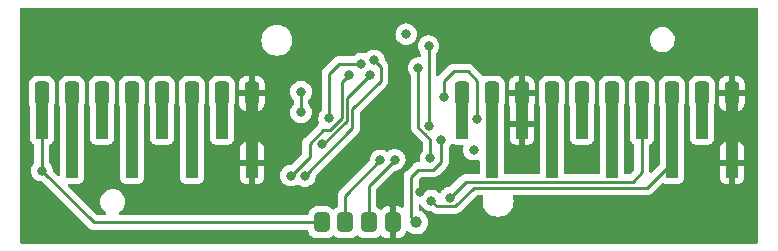
<source format=gbr>
%TF.GenerationSoftware,KiCad,Pcbnew,(6.0.9)*%
%TF.CreationDate,2023-03-04T22:36:08+01:00*%
%TF.ProjectId,nard_sam,6e617264-5f73-4616-9d2e-6b696361645f,rev?*%
%TF.SameCoordinates,Original*%
%TF.FileFunction,Copper,L4,Bot*%
%TF.FilePolarity,Positive*%
%FSLAX46Y46*%
G04 Gerber Fmt 4.6, Leading zero omitted, Abs format (unit mm)*
G04 Created by KiCad (PCBNEW (6.0.9)) date 2023-03-04 22:36:08*
%MOMM*%
%LPD*%
G01*
G04 APERTURE LIST*
G04 Aperture macros list*
%AMRoundRect*
0 Rectangle with rounded corners*
0 $1 Rounding radius*
0 $2 $3 $4 $5 $6 $7 $8 $9 X,Y pos of 4 corners*
0 Add a 4 corners polygon primitive as box body*
4,1,4,$2,$3,$4,$5,$6,$7,$8,$9,$2,$3,0*
0 Add four circle primitives for the rounded corners*
1,1,$1+$1,$2,$3*
1,1,$1+$1,$4,$5*
1,1,$1+$1,$6,$7*
1,1,$1+$1,$8,$9*
0 Add four rect primitives between the rounded corners*
20,1,$1+$1,$2,$3,$4,$5,0*
20,1,$1+$1,$4,$5,$6,$7,0*
20,1,$1+$1,$6,$7,$8,$9,0*
20,1,$1+$1,$8,$9,$2,$3,0*%
G04 Aperture macros list end*
%TA.AperFunction,SMDPad,CuDef*%
%ADD10C,1.000000*%
%TD*%
%TA.AperFunction,SMDPad,CuDef*%
%ADD11R,1.000000X2.510000*%
%TD*%
%TA.AperFunction,SMDPad,CuDef*%
%ADD12RoundRect,0.325000X0.325000X0.525000X-0.325000X0.525000X-0.325000X-0.525000X0.325000X-0.525000X0*%
%TD*%
%TA.AperFunction,SMDPad,CuDef*%
%ADD13RoundRect,0.300000X-0.300000X-0.700000X0.300000X-0.700000X0.300000X0.700000X-0.300000X0.700000X0*%
%TD*%
%TA.AperFunction,ViaPad*%
%ADD14C,0.800000*%
%TD*%
%TA.AperFunction,Conductor*%
%ADD15C,0.250000*%
%TD*%
%TA.AperFunction,Conductor*%
%ADD16C,1.000000*%
%TD*%
G04 APERTURE END LIST*
D10*
%TO.P,TP1,1,1*%
%TO.N,/~{RESET}*%
X105800000Y-78700000D03*
%TD*%
D11*
%TO.P,J3,1,Pin_1*%
%TO.N,+5V*%
X74110000Y-70345000D03*
%TO.P,J3,2,Pin_2*%
%TO.N,/PA7*%
X76650000Y-73655000D03*
%TO.P,J3,3,Pin_3*%
%TO.N,/PA6*%
X79190000Y-70345000D03*
%TO.P,J3,4,Pin_4*%
%TO.N,/PA4*%
X81730000Y-73655000D03*
%TO.P,J3,5,Pin_5*%
%TO.N,/PB3*%
X84270000Y-70345000D03*
%TO.P,J3,6,Pin_6*%
%TO.N,/PB2*%
X86810000Y-73655000D03*
%TO.P,J3,7,Pin_7*%
%TO.N,/PC3*%
X89350000Y-70345000D03*
%TO.P,J3,8,Pin_8*%
%TO.N,GND*%
X91890000Y-73655000D03*
%TD*%
D12*
%TO.P,J5,1,Pin_1*%
%TO.N,+5V*%
X97800000Y-78700000D03*
%TO.P,J5,2,Pin_2*%
%TO.N,/USB_DM*%
X99800000Y-78700000D03*
%TO.P,J5,3,Pin_3*%
%TO.N,/USB_DP*%
X101800000Y-78700000D03*
%TO.P,J5,4,Pin_4*%
%TO.N,GND*%
X103800000Y-78700000D03*
%TD*%
D11*
%TO.P,J4,1,Pin_1*%
%TO.N,+3.3V*%
X109670000Y-70345000D03*
%TO.P,J4,2,Pin_2*%
%TO.N,/SWCLK*%
X112210000Y-73655000D03*
%TO.P,J4,3,Pin_3*%
%TO.N,GND*%
X114750000Y-70345000D03*
%TO.P,J4,4,Pin_4*%
%TO.N,/SWDIO*%
X117290000Y-73655000D03*
%TO.P,J4,5,Pin_5*%
%TO.N,/UART_TX*%
X119830000Y-70345000D03*
%TO.P,J4,6,Pin_6*%
%TO.N,/UART_RX*%
X122370000Y-73655000D03*
%TO.P,J4,7,Pin_7*%
%TO.N,/PC1*%
X124910000Y-70345000D03*
%TO.P,J4,8,Pin_8*%
%TO.N,/PC0*%
X127450000Y-73655000D03*
%TO.P,J4,9,Pin_9*%
%TO.N,/PB14*%
X129990000Y-70345000D03*
%TO.P,J4,10,Pin_10*%
%TO.N,GND*%
X132530000Y-73655000D03*
%TD*%
D13*
%TO.P,J6,1,Pin_1*%
%TO.N,+5V*%
X74110000Y-67780000D03*
%TO.P,J6,2,Pin_2*%
%TO.N,/PA7*%
X76650000Y-67780000D03*
%TO.P,J6,3,Pin_3*%
%TO.N,/PA6*%
X79190000Y-67780000D03*
%TO.P,J6,4,Pin_4*%
%TO.N,/PA4*%
X81730000Y-67780000D03*
%TO.P,J6,5,Pin_5*%
%TO.N,/PB3*%
X84270000Y-67780000D03*
%TO.P,J6,6,Pin_6*%
%TO.N,/PB2*%
X86810000Y-67780000D03*
%TO.P,J6,7,Pin_7*%
%TO.N,/PC3*%
X89350000Y-67780000D03*
%TO.P,J6,8,Pin_8*%
%TO.N,GND*%
X91890000Y-67780000D03*
%TD*%
%TO.P,J7,1,Pin_1*%
%TO.N,+3.3V*%
X109670000Y-67780000D03*
%TO.P,J7,2,Pin_2*%
%TO.N,/SWCLK*%
X112210000Y-67780000D03*
%TO.P,J7,3,Pin_3*%
%TO.N,GND*%
X114750000Y-67780000D03*
%TO.P,J7,4,Pin_4*%
%TO.N,/SWDIO*%
X117290000Y-67780000D03*
%TO.P,J7,5,Pin_5*%
%TO.N,/UART_TX*%
X119830000Y-67780000D03*
%TO.P,J7,6,Pin_6*%
%TO.N,/UART_RX*%
X122370000Y-67780000D03*
%TO.P,J7,7,Pin_7*%
%TO.N,/PC1*%
X124910000Y-67780000D03*
%TO.P,J7,8,Pin_8*%
%TO.N,/PC0*%
X127450000Y-67780000D03*
%TO.P,J7,9,Pin_9*%
%TO.N,/PB14*%
X129990000Y-67780000D03*
%TO.P,J7,10,Pin_10*%
%TO.N,GND*%
X132530000Y-67780000D03*
%TD*%
D14*
%TO.N,+5V*%
X74110000Y-74327600D03*
X110675000Y-72550000D03*
X104952800Y-62763400D03*
%TO.N,GND*%
X132525000Y-65200000D03*
X101800000Y-63750000D03*
X103900000Y-69011800D03*
X84350000Y-74900000D03*
X130050000Y-74000000D03*
X91050000Y-77050000D03*
X78625000Y-75275000D03*
X129300000Y-63800000D03*
X91000000Y-63200000D03*
X126625000Y-77400000D03*
X107000000Y-62000000D03*
X115475000Y-77325000D03*
X103925000Y-70625000D03*
X115575000Y-63075000D03*
X99263200Y-63373000D03*
X106100000Y-76100000D03*
X112350000Y-62875000D03*
X74075000Y-65150000D03*
X105181400Y-64490600D03*
X102300000Y-69025000D03*
X73975000Y-78350000D03*
X120050000Y-73325000D03*
X84375000Y-64950000D03*
X79950000Y-62575000D03*
X109100000Y-72775000D03*
X78025000Y-65350000D03*
X123750000Y-65125000D03*
X102300000Y-70625000D03*
X119625000Y-65375000D03*
%TO.N,/PC0*%
X107075000Y-76850000D03*
%TO.N,/PC1*%
X108650000Y-76600000D03*
%TO.N,/USB_DM*%
X102768400Y-73456800D03*
%TO.N,/USB_DP*%
X103987600Y-73406000D03*
%TO.N,/~{RESET}*%
X107924600Y-71729600D03*
%TO.N,/SC1_VCC*%
X101168200Y-65252600D03*
X98425000Y-69900000D03*
%TO.N,/SC2_VCC*%
X105994200Y-65630800D03*
X107010200Y-73250800D03*
%TO.N,/SC1_CLK*%
X96050000Y-67625000D03*
X96050000Y-69375000D03*
%TO.N,/SC1_C4*%
X97850000Y-72100000D03*
X101912250Y-66187250D03*
%TO.N,/SC1_IO*%
X100100000Y-66200000D03*
X95200000Y-74750000D03*
%TO.N,/SC1_C8*%
X102225000Y-64975000D03*
X96375000Y-74775000D03*
%TO.N,/SC2_IO*%
X108150000Y-68125000D03*
X110950000Y-69975000D03*
%TO.N,/SC2_PRsNT*%
X106857800Y-70507600D03*
X106850000Y-63775000D03*
%TD*%
D15*
%TO.N,+5V*%
X74110000Y-74327600D02*
X74110000Y-70345000D01*
X97800000Y-78700000D02*
X78500000Y-78700000D01*
X78500000Y-78700000D02*
X74127600Y-74327600D01*
X74127600Y-74327600D02*
X74110000Y-74327600D01*
D16*
X74110000Y-70345000D02*
X74110000Y-67780000D01*
%TO.N,/PA7*%
X76650000Y-73655000D02*
X76650000Y-67780000D01*
%TO.N,/PA6*%
X79190000Y-67780000D02*
X79190000Y-70345000D01*
%TO.N,/PA4*%
X81730000Y-67780000D02*
X81730000Y-73655000D01*
%TO.N,/PB3*%
X84270000Y-70345000D02*
X84270000Y-67780000D01*
%TO.N,/PB2*%
X86810000Y-67780000D02*
X86810000Y-73655000D01*
%TO.N,/PC3*%
X89350000Y-67780000D02*
X89350000Y-70345000D01*
%TO.N,GND*%
X91890000Y-73655000D02*
X91890000Y-67780000D01*
X132530000Y-73655000D02*
X132530000Y-67780000D01*
X114750000Y-67780000D02*
X114750000Y-70345000D01*
%TO.N,/PB14*%
X129990000Y-70345000D02*
X129990000Y-67780000D01*
D15*
%TO.N,/PC0*%
X110700000Y-75750000D02*
X125355000Y-75750000D01*
D16*
X127450000Y-67780000D02*
X127450000Y-73655000D01*
D15*
X125355000Y-75750000D02*
X127450000Y-73655000D01*
X107075000Y-76850000D02*
X107550000Y-77325000D01*
X109125000Y-77325000D02*
X110700000Y-75750000D01*
X107550000Y-77325000D02*
X109125000Y-77325000D01*
%TO.N,/PC1*%
X108650000Y-76600000D02*
X110000000Y-75250000D01*
X124910000Y-74465000D02*
X124910000Y-70345000D01*
X110000000Y-75250000D02*
X124125000Y-75250000D01*
X124125000Y-75250000D02*
X124910000Y-74465000D01*
D16*
X124910000Y-70345000D02*
X124910000Y-67780000D01*
%TO.N,/UART_RX*%
X122370000Y-67780000D02*
X122370000Y-73655000D01*
%TO.N,/UART_TX*%
X119830000Y-70345000D02*
X119830000Y-67780000D01*
%TO.N,/SWDIO*%
X117290000Y-67780000D02*
X117290000Y-73655000D01*
%TO.N,/SWCLK*%
X112210000Y-67780000D02*
X112210000Y-73655000D01*
%TO.N,+3.3V*%
X109670000Y-70345000D02*
X109670000Y-67780000D01*
D15*
%TO.N,/USB_DM*%
X102768400Y-73456800D02*
X99800000Y-76425200D01*
X99800000Y-76425200D02*
X99800000Y-78700000D01*
%TO.N,/USB_DP*%
X101800000Y-75593600D02*
X101800000Y-78700000D01*
X103987600Y-73406000D02*
X101800000Y-75593600D01*
%TO.N,/~{RESET}*%
X105375000Y-78275000D02*
X105800000Y-78700000D01*
X105375000Y-74825000D02*
X105375000Y-78275000D01*
X105975000Y-74225000D02*
X105375000Y-74825000D01*
X107924600Y-73550400D02*
X107250000Y-74225000D01*
X107250000Y-74225000D02*
X105975000Y-74225000D01*
X107924600Y-71729600D02*
X107924600Y-73550400D01*
%TO.N,/SC1_VCC*%
X99297400Y-65252600D02*
X101168200Y-65252600D01*
X98425000Y-69900000D02*
X98425000Y-66125000D01*
X98425000Y-66125000D02*
X99297400Y-65252600D01*
%TO.N,/SC2_VCC*%
X106557495Y-71232600D02*
X107010200Y-71685305D01*
X107010200Y-71685305D02*
X107010200Y-73250800D01*
X105994200Y-70669305D02*
X106557495Y-71232600D01*
X105994200Y-65630800D02*
X105994200Y-70669305D01*
%TO.N,/SC1_CLK*%
X96050000Y-69375000D02*
X96050000Y-67625000D01*
%TO.N,/SC1_C4*%
X99950000Y-68149500D02*
X99950000Y-70075000D01*
X101912250Y-66187250D02*
X99950000Y-68149500D01*
X99950000Y-70075000D02*
X97925000Y-72100000D01*
X97925000Y-72100000D02*
X97850000Y-72100000D01*
%TO.N,/SC1_IO*%
X97925000Y-70875000D02*
X96775000Y-72025000D01*
X99500000Y-66800000D02*
X99500000Y-69850305D01*
X96775000Y-73175000D02*
X95200000Y-74750000D01*
X98475305Y-70875000D02*
X97925000Y-70875000D01*
X99500000Y-69850305D02*
X98475305Y-70875000D01*
X100100000Y-66200000D02*
X99500000Y-66800000D01*
X96775000Y-72025000D02*
X96775000Y-73175000D01*
%TO.N,/SC1_C8*%
X100400000Y-70750000D02*
X96375000Y-74775000D01*
X100400000Y-69100000D02*
X100400000Y-70750000D01*
X102225000Y-64975000D02*
X102800000Y-65550000D01*
X102800000Y-65550000D02*
X102800000Y-66700000D01*
X102800000Y-66700000D02*
X100400000Y-69100000D01*
%TO.N,/SC2_IO*%
X110175000Y-65925000D02*
X110950000Y-66700000D01*
X110950000Y-66700000D02*
X110950000Y-69975000D01*
X108150000Y-68125000D02*
X108150000Y-66750000D01*
X108150000Y-66750000D02*
X108975000Y-65925000D01*
X108975000Y-65925000D02*
X110175000Y-65925000D01*
%TO.N,/SC2_PRsNT*%
X106857800Y-63776600D02*
X106851600Y-63776600D01*
X106857800Y-70507600D02*
X106857800Y-63776600D01*
X106851600Y-63776600D02*
X106850000Y-63775000D01*
%TD*%
%TA.AperFunction,Conductor*%
%TO.N,GND*%
G36*
X134683621Y-60528502D02*
G01*
X134730114Y-60582158D01*
X134741500Y-60634500D01*
X134741500Y-80365500D01*
X134721498Y-80433621D01*
X134667842Y-80480114D01*
X134615500Y-80491500D01*
X72384500Y-80491500D01*
X72316379Y-80471498D01*
X72269886Y-80417842D01*
X72258500Y-80365500D01*
X72258500Y-68568728D01*
X73001500Y-68568728D01*
X73001776Y-68573515D01*
X73042579Y-68750252D01*
X73045645Y-68756594D01*
X73088940Y-68846154D01*
X73101500Y-68900993D01*
X73101500Y-71648134D01*
X73108255Y-71710316D01*
X73159385Y-71846705D01*
X73246739Y-71963261D01*
X73363295Y-72050615D01*
X73371703Y-72053767D01*
X73371707Y-72053769D01*
X73394731Y-72062401D01*
X73451495Y-72105043D01*
X73476194Y-72171605D01*
X73476500Y-72180382D01*
X73476500Y-73625076D01*
X73456498Y-73693197D01*
X73444142Y-73709379D01*
X73370960Y-73790656D01*
X73341605Y-73841500D01*
X73280203Y-73947852D01*
X73275473Y-73956044D01*
X73216458Y-74137672D01*
X73196496Y-74327600D01*
X73197186Y-74334165D01*
X73213954Y-74493699D01*
X73216458Y-74517528D01*
X73275473Y-74699156D01*
X73278776Y-74704878D01*
X73278777Y-74704879D01*
X73312686Y-74763610D01*
X73370960Y-74864544D01*
X73375378Y-74869451D01*
X73375379Y-74869452D01*
X73452152Y-74954717D01*
X73498747Y-75006466D01*
X73653248Y-75118718D01*
X73659276Y-75121402D01*
X73659278Y-75121403D01*
X73821681Y-75193709D01*
X73827712Y-75196394D01*
X73921113Y-75216247D01*
X74008056Y-75234728D01*
X74008061Y-75234728D01*
X74014513Y-75236100D01*
X74088006Y-75236100D01*
X74156127Y-75256102D01*
X74177101Y-75273005D01*
X77996343Y-79092247D01*
X78003887Y-79100537D01*
X78008000Y-79107018D01*
X78013777Y-79112443D01*
X78057667Y-79153658D01*
X78060509Y-79156413D01*
X78080230Y-79176134D01*
X78083425Y-79178612D01*
X78092447Y-79186318D01*
X78124679Y-79216586D01*
X78131628Y-79220406D01*
X78142432Y-79226346D01*
X78158956Y-79237199D01*
X78174959Y-79249613D01*
X78215543Y-79267176D01*
X78226173Y-79272383D01*
X78264940Y-79293695D01*
X78272617Y-79295666D01*
X78272622Y-79295668D01*
X78284558Y-79298732D01*
X78303266Y-79305137D01*
X78321855Y-79313181D01*
X78329680Y-79314420D01*
X78329682Y-79314421D01*
X78365519Y-79320097D01*
X78377140Y-79322504D01*
X78412289Y-79331528D01*
X78419970Y-79333500D01*
X78440231Y-79333500D01*
X78459940Y-79335051D01*
X78479943Y-79338219D01*
X78487835Y-79337473D01*
X78493062Y-79336979D01*
X78523954Y-79334059D01*
X78535811Y-79333500D01*
X96544582Y-79333500D01*
X96612703Y-79353502D01*
X96659196Y-79407158D01*
X96666839Y-79429018D01*
X96670297Y-79442888D01*
X96688153Y-79514503D01*
X96691185Y-79520610D01*
X96691186Y-79520614D01*
X96728414Y-79595608D01*
X96768675Y-79676714D01*
X96882151Y-79817849D01*
X97023286Y-79931325D01*
X97104391Y-79971586D01*
X97179386Y-80008814D01*
X97179390Y-80008815D01*
X97185497Y-80011847D01*
X97361214Y-80055658D01*
X97381642Y-80057051D01*
X97400756Y-80058354D01*
X97400767Y-80058354D01*
X97402903Y-80058500D01*
X97799815Y-80058500D01*
X98197096Y-80058499D01*
X98228954Y-80056328D01*
X98233240Y-80056036D01*
X98233241Y-80056036D01*
X98238786Y-80055658D01*
X98414503Y-80011847D01*
X98420610Y-80008815D01*
X98420614Y-80008814D01*
X98495609Y-79971586D01*
X98576714Y-79931325D01*
X98717849Y-79817849D01*
X98719028Y-79819315D01*
X98773217Y-79789725D01*
X98844032Y-79794790D01*
X98881388Y-79818798D01*
X98882151Y-79817849D01*
X99023286Y-79931325D01*
X99104391Y-79971586D01*
X99179386Y-80008814D01*
X99179390Y-80008815D01*
X99185497Y-80011847D01*
X99361214Y-80055658D01*
X99381642Y-80057051D01*
X99400756Y-80058354D01*
X99400767Y-80058354D01*
X99402903Y-80058500D01*
X99799815Y-80058500D01*
X100197096Y-80058499D01*
X100228954Y-80056328D01*
X100233240Y-80056036D01*
X100233241Y-80056036D01*
X100238786Y-80055658D01*
X100414503Y-80011847D01*
X100420610Y-80008815D01*
X100420614Y-80008814D01*
X100495609Y-79971586D01*
X100576714Y-79931325D01*
X100717849Y-79817849D01*
X100719028Y-79819315D01*
X100773217Y-79789725D01*
X100844032Y-79794790D01*
X100881388Y-79818798D01*
X100882151Y-79817849D01*
X101023286Y-79931325D01*
X101104391Y-79971586D01*
X101179386Y-80008814D01*
X101179390Y-80008815D01*
X101185497Y-80011847D01*
X101361214Y-80055658D01*
X101381642Y-80057051D01*
X101400756Y-80058354D01*
X101400767Y-80058354D01*
X101402903Y-80058500D01*
X101799815Y-80058500D01*
X102197096Y-80058499D01*
X102228954Y-80056328D01*
X102233240Y-80056036D01*
X102233241Y-80056036D01*
X102238786Y-80055658D01*
X102414503Y-80011847D01*
X102420610Y-80008815D01*
X102420614Y-80008814D01*
X102495609Y-79971586D01*
X102576714Y-79931325D01*
X102717849Y-79817849D01*
X102718938Y-79819203D01*
X102773573Y-79789369D01*
X102844388Y-79794434D01*
X102881744Y-79818442D01*
X102882507Y-79817493D01*
X103018238Y-79926624D01*
X103029668Y-79933934D01*
X103179560Y-80008342D01*
X103192292Y-80013026D01*
X103355886Y-80053815D01*
X103366830Y-80055538D01*
X103400795Y-80057854D01*
X103405092Y-80058000D01*
X103527885Y-80058000D01*
X103543124Y-80053525D01*
X103544329Y-80052135D01*
X103546000Y-80044452D01*
X103546000Y-80039884D01*
X104054000Y-80039884D01*
X104058475Y-80055123D01*
X104059865Y-80056328D01*
X104067548Y-80057999D01*
X104194905Y-80057999D01*
X104199210Y-80057852D01*
X104233173Y-80055538D01*
X104244110Y-80053816D01*
X104407708Y-80013026D01*
X104420440Y-80008342D01*
X104570332Y-79933934D01*
X104581762Y-79926624D01*
X104712176Y-79821768D01*
X104721768Y-79812176D01*
X104826624Y-79681762D01*
X104833934Y-79670332D01*
X104908342Y-79520440D01*
X104915381Y-79501307D01*
X104916707Y-79501795D01*
X104948759Y-79447095D01*
X105012071Y-79414968D01*
X105082701Y-79422171D01*
X105116784Y-79442888D01*
X105208112Y-79520614D01*
X105221650Y-79532136D01*
X105394294Y-79628624D01*
X105582392Y-79689740D01*
X105778777Y-79713158D01*
X105784912Y-79712686D01*
X105784914Y-79712686D01*
X105969830Y-79698457D01*
X105969834Y-79698456D01*
X105975972Y-79697984D01*
X106166463Y-79644798D01*
X106171967Y-79642018D01*
X106171969Y-79642017D01*
X106337495Y-79558404D01*
X106337497Y-79558403D01*
X106342996Y-79555625D01*
X106498847Y-79433861D01*
X106592489Y-79325376D01*
X106624049Y-79288813D01*
X106624050Y-79288811D01*
X106628078Y-79284145D01*
X106725769Y-79112179D01*
X106788197Y-78924513D01*
X106812985Y-78728295D01*
X106813380Y-78700000D01*
X106794080Y-78503167D01*
X106736916Y-78313831D01*
X106644066Y-78139204D01*
X106554671Y-78029595D01*
X106522960Y-77990713D01*
X106522957Y-77990710D01*
X106519065Y-77985938D01*
X106514316Y-77982009D01*
X106371425Y-77863799D01*
X106371421Y-77863797D01*
X106366675Y-77859870D01*
X106192701Y-77765802D01*
X106164680Y-77757128D01*
X106129699Y-77746300D01*
X106097242Y-77736253D01*
X106038082Y-77697002D01*
X106009534Y-77631998D01*
X106008500Y-77615888D01*
X106008500Y-77290005D01*
X106028502Y-77221884D01*
X106082158Y-77175391D01*
X106152432Y-77165287D01*
X106217012Y-77194781D01*
X106243619Y-77227005D01*
X106335960Y-77386944D01*
X106340378Y-77391851D01*
X106340379Y-77391852D01*
X106453680Y-77517686D01*
X106463747Y-77528866D01*
X106618248Y-77641118D01*
X106624276Y-77643802D01*
X106624278Y-77643803D01*
X106786681Y-77716109D01*
X106792712Y-77718794D01*
X106874850Y-77736253D01*
X106973056Y-77757128D01*
X106973061Y-77757128D01*
X106979513Y-77758500D01*
X107035406Y-77758500D01*
X107103527Y-77778502D01*
X107124501Y-77795405D01*
X107130230Y-77801134D01*
X107133425Y-77803612D01*
X107142447Y-77811318D01*
X107174679Y-77841586D01*
X107181628Y-77845406D01*
X107192432Y-77851346D01*
X107208956Y-77862199D01*
X107224959Y-77874613D01*
X107265543Y-77892176D01*
X107276173Y-77897383D01*
X107314940Y-77918695D01*
X107322617Y-77920666D01*
X107322622Y-77920668D01*
X107334558Y-77923732D01*
X107353266Y-77930137D01*
X107371855Y-77938181D01*
X107379680Y-77939420D01*
X107379682Y-77939421D01*
X107415519Y-77945097D01*
X107427140Y-77947504D01*
X107458959Y-77955673D01*
X107469970Y-77958500D01*
X107490231Y-77958500D01*
X107509940Y-77960051D01*
X107529943Y-77963219D01*
X107537835Y-77962473D01*
X107543062Y-77961979D01*
X107573954Y-77959059D01*
X107585811Y-77958500D01*
X109046233Y-77958500D01*
X109057416Y-77959027D01*
X109064909Y-77960702D01*
X109072835Y-77960453D01*
X109072836Y-77960453D01*
X109132986Y-77958562D01*
X109136945Y-77958500D01*
X109164856Y-77958500D01*
X109168791Y-77958003D01*
X109168856Y-77957995D01*
X109180693Y-77957062D01*
X109212951Y-77956048D01*
X109216970Y-77955922D01*
X109224889Y-77955673D01*
X109244343Y-77950021D01*
X109263700Y-77946013D01*
X109275930Y-77944468D01*
X109275931Y-77944468D01*
X109283797Y-77943474D01*
X109291168Y-77940555D01*
X109291170Y-77940555D01*
X109324912Y-77927196D01*
X109336142Y-77923351D01*
X109370983Y-77913229D01*
X109370984Y-77913229D01*
X109378593Y-77911018D01*
X109385412Y-77906985D01*
X109385417Y-77906983D01*
X109396028Y-77900707D01*
X109413776Y-77892012D01*
X109432617Y-77884552D01*
X109452987Y-77869753D01*
X109468387Y-77858564D01*
X109478307Y-77852048D01*
X109509535Y-77833580D01*
X109509538Y-77833578D01*
X109516362Y-77829542D01*
X109530683Y-77815221D01*
X109545717Y-77802380D01*
X109547432Y-77801134D01*
X109562107Y-77790472D01*
X109590298Y-77756395D01*
X109598288Y-77747616D01*
X110925499Y-76420405D01*
X110987811Y-76386379D01*
X111014594Y-76383500D01*
X111352066Y-76383500D01*
X111420187Y-76403502D01*
X111466680Y-76457158D01*
X111476784Y-76527432D01*
X111473773Y-76542111D01*
X111454262Y-76614929D01*
X111438457Y-76673913D01*
X111418502Y-76902000D01*
X111438457Y-77130087D01*
X111439881Y-77135400D01*
X111439881Y-77135402D01*
X111496228Y-77345688D01*
X111497716Y-77351243D01*
X111500039Y-77356224D01*
X111500039Y-77356225D01*
X111592151Y-77553762D01*
X111592154Y-77553767D01*
X111594477Y-77558749D01*
X111634486Y-77615888D01*
X111707503Y-77720166D01*
X111725802Y-77746300D01*
X111887700Y-77908198D01*
X111892208Y-77911355D01*
X111892211Y-77911357D01*
X111966278Y-77963219D01*
X112075251Y-78039523D01*
X112080233Y-78041846D01*
X112080238Y-78041849D01*
X112277775Y-78133961D01*
X112282757Y-78136284D01*
X112288065Y-78137706D01*
X112288067Y-78137707D01*
X112498598Y-78194119D01*
X112498600Y-78194119D01*
X112503913Y-78195543D01*
X112732000Y-78215498D01*
X112960087Y-78195543D01*
X112965400Y-78194119D01*
X112965402Y-78194119D01*
X113175933Y-78137707D01*
X113175935Y-78137706D01*
X113181243Y-78136284D01*
X113186225Y-78133961D01*
X113383762Y-78041849D01*
X113383767Y-78041846D01*
X113388749Y-78039523D01*
X113497722Y-77963219D01*
X113571789Y-77911357D01*
X113571792Y-77911355D01*
X113576300Y-77908198D01*
X113738198Y-77746300D01*
X113756498Y-77720166D01*
X113829514Y-77615888D01*
X113869523Y-77558749D01*
X113871846Y-77553767D01*
X113871849Y-77553762D01*
X113963961Y-77356225D01*
X113963961Y-77356224D01*
X113966284Y-77351243D01*
X113967773Y-77345688D01*
X114024119Y-77135402D01*
X114024119Y-77135400D01*
X114025543Y-77130087D01*
X114045498Y-76902000D01*
X114025543Y-76673913D01*
X114009738Y-76614929D01*
X113990227Y-76542111D01*
X113991917Y-76471134D01*
X114031711Y-76412339D01*
X114096976Y-76384391D01*
X114111934Y-76383500D01*
X125276233Y-76383500D01*
X125287416Y-76384027D01*
X125294909Y-76385702D01*
X125302835Y-76385453D01*
X125302836Y-76385453D01*
X125362986Y-76383562D01*
X125366945Y-76383500D01*
X125394856Y-76383500D01*
X125398791Y-76383003D01*
X125398856Y-76382995D01*
X125410693Y-76382062D01*
X125442951Y-76381048D01*
X125446970Y-76380922D01*
X125454889Y-76380673D01*
X125474343Y-76375021D01*
X125493700Y-76371013D01*
X125505930Y-76369468D01*
X125505931Y-76369468D01*
X125513797Y-76368474D01*
X125521168Y-76365555D01*
X125521170Y-76365555D01*
X125554912Y-76352196D01*
X125566142Y-76348351D01*
X125600983Y-76338229D01*
X125600984Y-76338229D01*
X125608593Y-76336018D01*
X125615412Y-76331985D01*
X125615417Y-76331983D01*
X125626028Y-76325707D01*
X125643776Y-76317012D01*
X125662617Y-76309552D01*
X125698387Y-76283564D01*
X125708307Y-76277048D01*
X125739535Y-76258580D01*
X125739538Y-76258578D01*
X125746362Y-76254542D01*
X125760683Y-76240221D01*
X125775717Y-76227380D01*
X125785694Y-76220131D01*
X125792107Y-76215472D01*
X125820298Y-76181395D01*
X125828288Y-76172616D01*
X126600105Y-75400799D01*
X126662417Y-75366773D01*
X126733430Y-75371912D01*
X126839684Y-75411745D01*
X126901866Y-75418500D01*
X127998134Y-75418500D01*
X128060316Y-75411745D01*
X128196705Y-75360615D01*
X128313261Y-75273261D01*
X128400615Y-75156705D01*
X128451745Y-75020316D01*
X128458500Y-74958134D01*
X128458500Y-74954669D01*
X131522001Y-74954669D01*
X131522371Y-74961490D01*
X131527895Y-75012352D01*
X131531521Y-75027604D01*
X131576676Y-75148054D01*
X131585214Y-75163649D01*
X131661715Y-75265724D01*
X131674276Y-75278285D01*
X131776351Y-75354786D01*
X131791946Y-75363324D01*
X131912394Y-75408478D01*
X131927649Y-75412105D01*
X131978514Y-75417631D01*
X131985328Y-75418000D01*
X132257885Y-75418000D01*
X132273124Y-75413525D01*
X132274329Y-75412135D01*
X132276000Y-75404452D01*
X132276000Y-75399884D01*
X132784000Y-75399884D01*
X132788475Y-75415123D01*
X132789865Y-75416328D01*
X132797548Y-75417999D01*
X133074669Y-75417999D01*
X133081490Y-75417629D01*
X133132352Y-75412105D01*
X133147604Y-75408479D01*
X133268054Y-75363324D01*
X133283649Y-75354786D01*
X133385724Y-75278285D01*
X133398285Y-75265724D01*
X133474786Y-75163649D01*
X133483324Y-75148054D01*
X133528478Y-75027606D01*
X133532105Y-75012351D01*
X133537631Y-74961486D01*
X133538000Y-74954672D01*
X133538000Y-73927115D01*
X133533525Y-73911876D01*
X133532135Y-73910671D01*
X133524452Y-73909000D01*
X132802115Y-73909000D01*
X132786876Y-73913475D01*
X132785671Y-73914865D01*
X132784000Y-73922548D01*
X132784000Y-75399884D01*
X132276000Y-75399884D01*
X132276000Y-73927115D01*
X132271525Y-73911876D01*
X132270135Y-73910671D01*
X132262452Y-73909000D01*
X131540116Y-73909000D01*
X131524877Y-73913475D01*
X131523672Y-73914865D01*
X131522001Y-73922548D01*
X131522001Y-74954669D01*
X128458500Y-74954669D01*
X128458500Y-73382885D01*
X131522000Y-73382885D01*
X131526475Y-73398124D01*
X131527865Y-73399329D01*
X131535548Y-73401000D01*
X132257885Y-73401000D01*
X132273124Y-73396525D01*
X132274329Y-73395135D01*
X132276000Y-73387452D01*
X132276000Y-73382885D01*
X132784000Y-73382885D01*
X132788475Y-73398124D01*
X132789865Y-73399329D01*
X132797548Y-73401000D01*
X133519884Y-73401000D01*
X133535123Y-73396525D01*
X133536328Y-73395135D01*
X133537999Y-73387452D01*
X133537999Y-72355331D01*
X133537629Y-72348510D01*
X133532105Y-72297648D01*
X133528479Y-72282396D01*
X133483324Y-72161946D01*
X133474786Y-72146351D01*
X133398285Y-72044276D01*
X133385724Y-72031715D01*
X133283649Y-71955214D01*
X133268054Y-71946676D01*
X133147606Y-71901522D01*
X133132351Y-71897895D01*
X133081486Y-71892369D01*
X133074672Y-71892000D01*
X132802115Y-71892000D01*
X132786876Y-71896475D01*
X132785671Y-71897865D01*
X132784000Y-71905548D01*
X132784000Y-73382885D01*
X132276000Y-73382885D01*
X132276000Y-71910116D01*
X132271525Y-71894877D01*
X132270135Y-71893672D01*
X132262452Y-71892001D01*
X131985331Y-71892001D01*
X131978510Y-71892371D01*
X131927648Y-71897895D01*
X131912396Y-71901521D01*
X131791946Y-71946676D01*
X131776351Y-71955214D01*
X131674276Y-72031715D01*
X131661715Y-72044276D01*
X131585214Y-72146351D01*
X131576676Y-72161946D01*
X131531522Y-72282394D01*
X131527895Y-72297649D01*
X131522369Y-72348514D01*
X131522000Y-72355328D01*
X131522000Y-73382885D01*
X128458500Y-73382885D01*
X128458500Y-68900993D01*
X128471060Y-68846154D01*
X128514355Y-68756594D01*
X128517421Y-68750252D01*
X128558224Y-68573515D01*
X128558500Y-68568728D01*
X128881500Y-68568728D01*
X128881776Y-68573515D01*
X128922579Y-68750252D01*
X128925645Y-68756594D01*
X128968940Y-68846154D01*
X128981500Y-68900993D01*
X128981500Y-71648134D01*
X128988255Y-71710316D01*
X129039385Y-71846705D01*
X129126739Y-71963261D01*
X129243295Y-72050615D01*
X129379684Y-72101745D01*
X129441866Y-72108500D01*
X130538134Y-72108500D01*
X130600316Y-72101745D01*
X130736705Y-72050615D01*
X130853261Y-71963261D01*
X130940615Y-71846705D01*
X130991745Y-71710316D01*
X130998500Y-71648134D01*
X130998500Y-68900993D01*
X131011060Y-68846154D01*
X131054355Y-68756594D01*
X131057421Y-68750252D01*
X131098224Y-68573515D01*
X131098500Y-68568728D01*
X131098500Y-68566877D01*
X131422001Y-68566877D01*
X131422054Y-68568714D01*
X131423477Y-68578657D01*
X131461468Y-68743220D01*
X131466120Y-68756430D01*
X131538882Y-68906945D01*
X131546343Y-68918793D01*
X131650653Y-69049460D01*
X131660540Y-69059347D01*
X131791207Y-69163657D01*
X131803055Y-69171118D01*
X131953570Y-69243880D01*
X131966780Y-69248532D01*
X132131342Y-69286523D01*
X132141277Y-69287946D01*
X132143153Y-69288000D01*
X132257885Y-69288000D01*
X132273124Y-69283525D01*
X132274329Y-69282135D01*
X132276000Y-69274452D01*
X132276000Y-69269884D01*
X132784000Y-69269884D01*
X132788475Y-69285123D01*
X132789865Y-69286328D01*
X132797548Y-69287999D01*
X132916877Y-69287999D01*
X132918714Y-69287946D01*
X132928657Y-69286523D01*
X133093220Y-69248532D01*
X133106430Y-69243880D01*
X133256945Y-69171118D01*
X133268793Y-69163657D01*
X133399460Y-69059347D01*
X133409347Y-69049460D01*
X133513657Y-68918793D01*
X133521118Y-68906945D01*
X133593880Y-68756430D01*
X133598532Y-68743220D01*
X133636523Y-68578658D01*
X133637946Y-68568723D01*
X133638000Y-68566847D01*
X133638000Y-68052115D01*
X133633525Y-68036876D01*
X133632135Y-68035671D01*
X133624452Y-68034000D01*
X132802115Y-68034000D01*
X132786876Y-68038475D01*
X132785671Y-68039865D01*
X132784000Y-68047548D01*
X132784000Y-69269884D01*
X132276000Y-69269884D01*
X132276000Y-68052115D01*
X132271525Y-68036876D01*
X132270135Y-68035671D01*
X132262452Y-68034000D01*
X131440116Y-68034000D01*
X131424877Y-68038475D01*
X131423672Y-68039865D01*
X131422001Y-68047548D01*
X131422001Y-68566877D01*
X131098500Y-68566877D01*
X131098500Y-67507885D01*
X131422000Y-67507885D01*
X131426475Y-67523124D01*
X131427865Y-67524329D01*
X131435548Y-67526000D01*
X132257885Y-67526000D01*
X132273124Y-67521525D01*
X132274329Y-67520135D01*
X132276000Y-67512452D01*
X132276000Y-67507885D01*
X132784000Y-67507885D01*
X132788475Y-67523124D01*
X132789865Y-67524329D01*
X132797548Y-67526000D01*
X133619884Y-67526000D01*
X133635123Y-67521525D01*
X133636328Y-67520135D01*
X133637999Y-67512452D01*
X133637999Y-66993123D01*
X133637946Y-66991286D01*
X133636523Y-66981343D01*
X133598532Y-66816780D01*
X133593880Y-66803570D01*
X133521118Y-66653055D01*
X133513657Y-66641207D01*
X133409347Y-66510540D01*
X133399460Y-66500653D01*
X133268793Y-66396343D01*
X133256945Y-66388882D01*
X133106430Y-66316120D01*
X133093220Y-66311468D01*
X132928658Y-66273477D01*
X132918723Y-66272054D01*
X132916847Y-66272000D01*
X132802115Y-66272000D01*
X132786876Y-66276475D01*
X132785671Y-66277865D01*
X132784000Y-66285548D01*
X132784000Y-67507885D01*
X132276000Y-67507885D01*
X132276000Y-66290116D01*
X132271525Y-66274877D01*
X132270135Y-66273672D01*
X132262452Y-66272001D01*
X132143123Y-66272001D01*
X132141286Y-66272054D01*
X132131343Y-66273477D01*
X131966780Y-66311468D01*
X131953570Y-66316120D01*
X131803055Y-66388882D01*
X131791207Y-66396343D01*
X131660540Y-66500653D01*
X131650653Y-66510540D01*
X131546343Y-66641207D01*
X131538882Y-66653055D01*
X131466120Y-66803570D01*
X131461468Y-66816780D01*
X131423477Y-66981342D01*
X131422054Y-66991277D01*
X131422000Y-66993153D01*
X131422000Y-67507885D01*
X131098500Y-67507885D01*
X131098500Y-66991272D01*
X131098224Y-66986485D01*
X131081822Y-66915438D01*
X131059005Y-66816609D01*
X131057421Y-66809748D01*
X130978476Y-66646443D01*
X130865313Y-66504687D01*
X130723557Y-66391524D01*
X130560252Y-66312579D01*
X130479895Y-66294027D01*
X130388714Y-66272976D01*
X130388711Y-66272976D01*
X130383515Y-66271776D01*
X130378728Y-66271500D01*
X129601272Y-66271500D01*
X129596485Y-66271776D01*
X129591289Y-66272976D01*
X129591286Y-66272976D01*
X129500105Y-66294027D01*
X129419748Y-66312579D01*
X129256443Y-66391524D01*
X129114687Y-66504687D01*
X129001524Y-66646443D01*
X128922579Y-66809748D01*
X128920995Y-66816609D01*
X128898179Y-66915438D01*
X128881776Y-66986485D01*
X128881500Y-66991272D01*
X128881500Y-68568728D01*
X128558500Y-68568728D01*
X128558500Y-66991272D01*
X128558224Y-66986485D01*
X128541822Y-66915438D01*
X128519005Y-66816609D01*
X128517421Y-66809748D01*
X128438476Y-66646443D01*
X128325313Y-66504687D01*
X128183557Y-66391524D01*
X128020252Y-66312579D01*
X127939895Y-66294027D01*
X127848714Y-66272976D01*
X127848711Y-66272976D01*
X127843515Y-66271776D01*
X127838728Y-66271500D01*
X127061272Y-66271500D01*
X127056485Y-66271776D01*
X127051289Y-66272976D01*
X127051286Y-66272976D01*
X126960105Y-66294027D01*
X126879748Y-66312579D01*
X126716443Y-66391524D01*
X126574687Y-66504687D01*
X126461524Y-66646443D01*
X126382579Y-66809748D01*
X126380995Y-66816609D01*
X126358179Y-66915438D01*
X126341776Y-66986485D01*
X126341500Y-66991272D01*
X126341500Y-68568728D01*
X126341776Y-68573515D01*
X126382579Y-68750252D01*
X126385645Y-68756594D01*
X126428940Y-68846154D01*
X126441500Y-68900993D01*
X126441500Y-73715405D01*
X126421498Y-73783526D01*
X126404595Y-73804500D01*
X125758595Y-74450500D01*
X125696283Y-74484526D01*
X125625468Y-74479461D01*
X125568632Y-74436914D01*
X125543821Y-74370394D01*
X125543500Y-74361405D01*
X125543500Y-72180382D01*
X125563502Y-72112261D01*
X125617158Y-72065768D01*
X125625269Y-72062401D01*
X125648293Y-72053769D01*
X125648297Y-72053767D01*
X125656705Y-72050615D01*
X125773261Y-71963261D01*
X125860615Y-71846705D01*
X125911745Y-71710316D01*
X125918500Y-71648134D01*
X125918500Y-68900993D01*
X125931060Y-68846154D01*
X125974355Y-68756594D01*
X125977421Y-68750252D01*
X126018224Y-68573515D01*
X126018500Y-68568728D01*
X126018500Y-66991272D01*
X126018224Y-66986485D01*
X126001822Y-66915438D01*
X125979005Y-66816609D01*
X125977421Y-66809748D01*
X125898476Y-66646443D01*
X125785313Y-66504687D01*
X125643557Y-66391524D01*
X125480252Y-66312579D01*
X125399895Y-66294027D01*
X125308714Y-66272976D01*
X125308711Y-66272976D01*
X125303515Y-66271776D01*
X125298728Y-66271500D01*
X124521272Y-66271500D01*
X124516485Y-66271776D01*
X124511289Y-66272976D01*
X124511286Y-66272976D01*
X124420105Y-66294027D01*
X124339748Y-66312579D01*
X124176443Y-66391524D01*
X124034687Y-66504687D01*
X123921524Y-66646443D01*
X123842579Y-66809748D01*
X123840995Y-66816609D01*
X123818179Y-66915438D01*
X123801776Y-66986485D01*
X123801500Y-66991272D01*
X123801500Y-68568728D01*
X123801776Y-68573515D01*
X123842579Y-68750252D01*
X123845645Y-68756594D01*
X123888940Y-68846154D01*
X123901500Y-68900993D01*
X123901500Y-71648134D01*
X123908255Y-71710316D01*
X123959385Y-71846705D01*
X124046739Y-71963261D01*
X124163295Y-72050615D01*
X124171703Y-72053767D01*
X124171707Y-72053769D01*
X124194731Y-72062401D01*
X124251495Y-72105043D01*
X124276194Y-72171605D01*
X124276500Y-72180382D01*
X124276500Y-74150405D01*
X124256498Y-74218526D01*
X124239595Y-74239501D01*
X123899499Y-74579596D01*
X123837187Y-74613621D01*
X123810404Y-74616500D01*
X123504500Y-74616500D01*
X123436379Y-74596498D01*
X123389886Y-74542842D01*
X123378500Y-74490500D01*
X123378500Y-68900993D01*
X123391060Y-68846154D01*
X123434355Y-68756594D01*
X123437421Y-68750252D01*
X123478224Y-68573515D01*
X123478500Y-68568728D01*
X123478500Y-66991272D01*
X123478224Y-66986485D01*
X123461822Y-66915438D01*
X123439005Y-66816609D01*
X123437421Y-66809748D01*
X123358476Y-66646443D01*
X123245313Y-66504687D01*
X123103557Y-66391524D01*
X122940252Y-66312579D01*
X122859895Y-66294027D01*
X122768714Y-66272976D01*
X122768711Y-66272976D01*
X122763515Y-66271776D01*
X122758728Y-66271500D01*
X121981272Y-66271500D01*
X121976485Y-66271776D01*
X121971289Y-66272976D01*
X121971286Y-66272976D01*
X121880105Y-66294027D01*
X121799748Y-66312579D01*
X121636443Y-66391524D01*
X121494687Y-66504687D01*
X121381524Y-66646443D01*
X121302579Y-66809748D01*
X121300995Y-66816609D01*
X121278179Y-66915438D01*
X121261776Y-66986485D01*
X121261500Y-66991272D01*
X121261500Y-68568728D01*
X121261776Y-68573515D01*
X121302579Y-68750252D01*
X121305645Y-68756594D01*
X121348940Y-68846154D01*
X121361500Y-68900993D01*
X121361500Y-74490500D01*
X121341498Y-74558621D01*
X121287842Y-74605114D01*
X121235500Y-74616500D01*
X118424500Y-74616500D01*
X118356379Y-74596498D01*
X118309886Y-74542842D01*
X118298500Y-74490500D01*
X118298500Y-68900993D01*
X118311060Y-68846154D01*
X118354355Y-68756594D01*
X118357421Y-68750252D01*
X118398224Y-68573515D01*
X118398500Y-68568728D01*
X118721500Y-68568728D01*
X118721776Y-68573515D01*
X118762579Y-68750252D01*
X118765645Y-68756594D01*
X118808940Y-68846154D01*
X118821500Y-68900993D01*
X118821500Y-71648134D01*
X118828255Y-71710316D01*
X118879385Y-71846705D01*
X118966739Y-71963261D01*
X119083295Y-72050615D01*
X119219684Y-72101745D01*
X119281866Y-72108500D01*
X120378134Y-72108500D01*
X120440316Y-72101745D01*
X120576705Y-72050615D01*
X120693261Y-71963261D01*
X120780615Y-71846705D01*
X120831745Y-71710316D01*
X120838500Y-71648134D01*
X120838500Y-68900993D01*
X120851060Y-68846154D01*
X120894355Y-68756594D01*
X120897421Y-68750252D01*
X120938224Y-68573515D01*
X120938500Y-68568728D01*
X120938500Y-66991272D01*
X120938224Y-66986485D01*
X120921822Y-66915438D01*
X120899005Y-66816609D01*
X120897421Y-66809748D01*
X120818476Y-66646443D01*
X120705313Y-66504687D01*
X120563557Y-66391524D01*
X120400252Y-66312579D01*
X120319895Y-66294027D01*
X120228714Y-66272976D01*
X120228711Y-66272976D01*
X120223515Y-66271776D01*
X120218728Y-66271500D01*
X119441272Y-66271500D01*
X119436485Y-66271776D01*
X119431289Y-66272976D01*
X119431286Y-66272976D01*
X119340105Y-66294027D01*
X119259748Y-66312579D01*
X119096443Y-66391524D01*
X118954687Y-66504687D01*
X118841524Y-66646443D01*
X118762579Y-66809748D01*
X118760995Y-66816609D01*
X118738179Y-66915438D01*
X118721776Y-66986485D01*
X118721500Y-66991272D01*
X118721500Y-68568728D01*
X118398500Y-68568728D01*
X118398500Y-66991272D01*
X118398224Y-66986485D01*
X118381822Y-66915438D01*
X118359005Y-66816609D01*
X118357421Y-66809748D01*
X118278476Y-66646443D01*
X118165313Y-66504687D01*
X118023557Y-66391524D01*
X117860252Y-66312579D01*
X117779895Y-66294027D01*
X117688714Y-66272976D01*
X117688711Y-66272976D01*
X117683515Y-66271776D01*
X117678728Y-66271500D01*
X116901272Y-66271500D01*
X116896485Y-66271776D01*
X116891289Y-66272976D01*
X116891286Y-66272976D01*
X116800105Y-66294027D01*
X116719748Y-66312579D01*
X116556443Y-66391524D01*
X116414687Y-66504687D01*
X116301524Y-66646443D01*
X116222579Y-66809748D01*
X116220995Y-66816609D01*
X116198179Y-66915438D01*
X116181776Y-66986485D01*
X116181500Y-66991272D01*
X116181500Y-68568728D01*
X116181776Y-68573515D01*
X116222579Y-68750252D01*
X116225645Y-68756594D01*
X116268940Y-68846154D01*
X116281500Y-68900993D01*
X116281500Y-74490500D01*
X116261498Y-74558621D01*
X116207842Y-74605114D01*
X116155500Y-74616500D01*
X113344500Y-74616500D01*
X113276379Y-74596498D01*
X113229886Y-74542842D01*
X113218500Y-74490500D01*
X113218500Y-71644669D01*
X113742001Y-71644669D01*
X113742371Y-71651490D01*
X113747895Y-71702352D01*
X113751521Y-71717604D01*
X113796676Y-71838054D01*
X113805214Y-71853649D01*
X113881715Y-71955724D01*
X113894276Y-71968285D01*
X113996351Y-72044786D01*
X114011946Y-72053324D01*
X114132394Y-72098478D01*
X114147649Y-72102105D01*
X114198514Y-72107631D01*
X114205328Y-72108000D01*
X114477885Y-72108000D01*
X114493124Y-72103525D01*
X114494329Y-72102135D01*
X114496000Y-72094452D01*
X114496000Y-72089884D01*
X115004000Y-72089884D01*
X115008475Y-72105123D01*
X115009865Y-72106328D01*
X115017548Y-72107999D01*
X115294669Y-72107999D01*
X115301490Y-72107629D01*
X115352352Y-72102105D01*
X115367604Y-72098479D01*
X115488054Y-72053324D01*
X115503649Y-72044786D01*
X115605724Y-71968285D01*
X115618285Y-71955724D01*
X115694786Y-71853649D01*
X115703324Y-71838054D01*
X115748478Y-71717606D01*
X115752105Y-71702351D01*
X115757631Y-71651486D01*
X115758000Y-71644672D01*
X115758000Y-70617115D01*
X115753525Y-70601876D01*
X115752135Y-70600671D01*
X115744452Y-70599000D01*
X115022115Y-70599000D01*
X115006876Y-70603475D01*
X115005671Y-70604865D01*
X115004000Y-70612548D01*
X115004000Y-72089884D01*
X114496000Y-72089884D01*
X114496000Y-70617115D01*
X114491525Y-70601876D01*
X114490135Y-70600671D01*
X114482452Y-70599000D01*
X113760116Y-70599000D01*
X113744877Y-70603475D01*
X113743672Y-70604865D01*
X113742001Y-70612548D01*
X113742001Y-71644669D01*
X113218500Y-71644669D01*
X113218500Y-68900993D01*
X113231060Y-68846154D01*
X113274355Y-68756594D01*
X113277421Y-68750252D01*
X113318224Y-68573515D01*
X113318500Y-68568728D01*
X113318500Y-68566877D01*
X113642001Y-68566877D01*
X113642054Y-68568714D01*
X113643477Y-68578657D01*
X113681468Y-68743220D01*
X113686120Y-68756430D01*
X113745080Y-68878393D01*
X113756720Y-68948428D01*
X113752773Y-68964572D01*
X113753349Y-68964709D01*
X113747895Y-68987649D01*
X113742369Y-69038514D01*
X113742000Y-69045328D01*
X113742000Y-70072885D01*
X113746475Y-70088124D01*
X113747865Y-70089329D01*
X113755548Y-70091000D01*
X114477885Y-70091000D01*
X114493124Y-70086525D01*
X114494329Y-70085135D01*
X114496000Y-70077452D01*
X114496000Y-70072885D01*
X115004000Y-70072885D01*
X115008475Y-70088124D01*
X115009865Y-70089329D01*
X115017548Y-70091000D01*
X115739884Y-70091000D01*
X115755123Y-70086525D01*
X115756328Y-70085135D01*
X115757999Y-70077452D01*
X115757999Y-69045331D01*
X115757629Y-69038510D01*
X115752105Y-68987648D01*
X115746651Y-68964707D01*
X115749397Y-68964054D01*
X115745193Y-68906661D01*
X115754920Y-68878393D01*
X115813880Y-68756430D01*
X115818532Y-68743220D01*
X115856523Y-68578658D01*
X115857946Y-68568723D01*
X115858000Y-68566847D01*
X115858000Y-68052115D01*
X115853525Y-68036876D01*
X115852135Y-68035671D01*
X115844452Y-68034000D01*
X115022115Y-68034000D01*
X115006876Y-68038475D01*
X115005671Y-68039865D01*
X115004000Y-68047548D01*
X115004000Y-70072885D01*
X114496000Y-70072885D01*
X114496000Y-68052115D01*
X114491525Y-68036876D01*
X114490135Y-68035671D01*
X114482452Y-68034000D01*
X113660116Y-68034000D01*
X113644877Y-68038475D01*
X113643672Y-68039865D01*
X113642001Y-68047548D01*
X113642001Y-68566877D01*
X113318500Y-68566877D01*
X113318500Y-67507885D01*
X113642000Y-67507885D01*
X113646475Y-67523124D01*
X113647865Y-67524329D01*
X113655548Y-67526000D01*
X114477885Y-67526000D01*
X114493124Y-67521525D01*
X114494329Y-67520135D01*
X114496000Y-67512452D01*
X114496000Y-67507885D01*
X115004000Y-67507885D01*
X115008475Y-67523124D01*
X115009865Y-67524329D01*
X115017548Y-67526000D01*
X115839884Y-67526000D01*
X115855123Y-67521525D01*
X115856328Y-67520135D01*
X115857999Y-67512452D01*
X115857999Y-66993123D01*
X115857946Y-66991286D01*
X115856523Y-66981343D01*
X115818532Y-66816780D01*
X115813880Y-66803570D01*
X115741118Y-66653055D01*
X115733657Y-66641207D01*
X115629347Y-66510540D01*
X115619460Y-66500653D01*
X115488793Y-66396343D01*
X115476945Y-66388882D01*
X115326430Y-66316120D01*
X115313220Y-66311468D01*
X115148658Y-66273477D01*
X115138723Y-66272054D01*
X115136847Y-66272000D01*
X115022115Y-66272000D01*
X115006876Y-66276475D01*
X115005671Y-66277865D01*
X115004000Y-66285548D01*
X115004000Y-67507885D01*
X114496000Y-67507885D01*
X114496000Y-66290116D01*
X114491525Y-66274877D01*
X114490135Y-66273672D01*
X114482452Y-66272001D01*
X114363123Y-66272001D01*
X114361286Y-66272054D01*
X114351343Y-66273477D01*
X114186780Y-66311468D01*
X114173570Y-66316120D01*
X114023055Y-66388882D01*
X114011207Y-66396343D01*
X113880540Y-66500653D01*
X113870653Y-66510540D01*
X113766343Y-66641207D01*
X113758882Y-66653055D01*
X113686120Y-66803570D01*
X113681468Y-66816780D01*
X113643477Y-66981342D01*
X113642054Y-66991277D01*
X113642000Y-66993153D01*
X113642000Y-67507885D01*
X113318500Y-67507885D01*
X113318500Y-66991272D01*
X113318224Y-66986485D01*
X113301822Y-66915438D01*
X113279005Y-66816609D01*
X113277421Y-66809748D01*
X113198476Y-66646443D01*
X113085313Y-66504687D01*
X112943557Y-66391524D01*
X112780252Y-66312579D01*
X112699895Y-66294027D01*
X112608714Y-66272976D01*
X112608711Y-66272976D01*
X112603515Y-66271776D01*
X112598728Y-66271500D01*
X111821272Y-66271500D01*
X111816485Y-66271776D01*
X111811289Y-66272976D01*
X111811286Y-66272976D01*
X111720105Y-66294027D01*
X111639748Y-66312579D01*
X111615904Y-66324106D01*
X111598171Y-66332678D01*
X111528135Y-66344318D01*
X111462924Y-66316246D01*
X111454237Y-66308333D01*
X111440221Y-66294317D01*
X111427380Y-66279283D01*
X111422089Y-66272001D01*
X111415472Y-66262893D01*
X111409367Y-66257842D01*
X111409362Y-66257837D01*
X111381396Y-66234701D01*
X111372618Y-66226713D01*
X110678652Y-65532747D01*
X110671112Y-65524461D01*
X110667000Y-65517982D01*
X110617348Y-65471356D01*
X110614507Y-65468602D01*
X110594770Y-65448865D01*
X110591573Y-65446385D01*
X110582551Y-65438680D01*
X110578200Y-65434594D01*
X110550321Y-65408414D01*
X110543375Y-65404595D01*
X110543372Y-65404593D01*
X110532566Y-65398652D01*
X110516047Y-65387801D01*
X110515583Y-65387441D01*
X110500041Y-65375386D01*
X110492772Y-65372241D01*
X110492768Y-65372238D01*
X110459463Y-65357826D01*
X110448813Y-65352609D01*
X110410060Y-65331305D01*
X110390437Y-65326267D01*
X110371734Y-65319863D01*
X110360420Y-65314967D01*
X110360419Y-65314967D01*
X110353145Y-65311819D01*
X110345322Y-65310580D01*
X110345312Y-65310577D01*
X110309476Y-65304901D01*
X110297856Y-65302495D01*
X110262711Y-65293472D01*
X110262710Y-65293472D01*
X110255030Y-65291500D01*
X110234776Y-65291500D01*
X110215065Y-65289949D01*
X110202886Y-65288020D01*
X110195057Y-65286780D01*
X110165786Y-65289547D01*
X110151039Y-65290941D01*
X110139181Y-65291500D01*
X109053767Y-65291500D01*
X109042584Y-65290973D01*
X109035091Y-65289298D01*
X109027165Y-65289547D01*
X109027164Y-65289547D01*
X108967014Y-65291438D01*
X108963055Y-65291500D01*
X108935144Y-65291500D01*
X108931210Y-65291997D01*
X108931209Y-65291997D01*
X108931144Y-65292005D01*
X108919307Y-65292938D01*
X108887490Y-65293938D01*
X108883029Y-65294078D01*
X108875110Y-65294327D01*
X108857454Y-65299456D01*
X108855658Y-65299978D01*
X108836306Y-65303986D01*
X108829235Y-65304880D01*
X108816203Y-65306526D01*
X108808834Y-65309443D01*
X108808832Y-65309444D01*
X108775097Y-65322800D01*
X108763869Y-65326645D01*
X108721407Y-65338982D01*
X108714585Y-65343016D01*
X108714579Y-65343019D01*
X108703968Y-65349294D01*
X108686218Y-65357990D01*
X108674756Y-65362528D01*
X108674751Y-65362531D01*
X108667383Y-65365448D01*
X108649970Y-65378099D01*
X108631625Y-65391427D01*
X108621707Y-65397943D01*
X108619812Y-65399064D01*
X108583637Y-65420458D01*
X108569313Y-65434782D01*
X108554281Y-65447621D01*
X108537893Y-65459528D01*
X108509712Y-65493593D01*
X108501722Y-65502373D01*
X107757747Y-66246348D01*
X107749461Y-66253888D01*
X107742982Y-66258000D01*
X107712824Y-66290116D01*
X107709151Y-66294027D01*
X107647938Y-66329993D01*
X107576998Y-66327156D01*
X107518854Y-66286416D01*
X107491965Y-66220708D01*
X107491300Y-66207775D01*
X107491300Y-64468862D01*
X107511302Y-64400741D01*
X107523664Y-64384551D01*
X107584621Y-64316852D01*
X107584622Y-64316851D01*
X107589040Y-64311944D01*
X107639066Y-64225296D01*
X107681223Y-64152279D01*
X107681224Y-64152278D01*
X107684527Y-64146556D01*
X107743542Y-63964928D01*
X107763504Y-63775000D01*
X107758903Y-63731225D01*
X107744232Y-63591635D01*
X107744232Y-63591633D01*
X107743542Y-63585072D01*
X107684527Y-63403444D01*
X107589040Y-63238056D01*
X107570216Y-63217150D01*
X125568482Y-63217150D01*
X125568998Y-63223294D01*
X125569729Y-63232000D01*
X125584126Y-63403444D01*
X125585852Y-63424004D01*
X125643069Y-63623545D01*
X125645887Y-63629027D01*
X125645888Y-63629031D01*
X125698409Y-63731225D01*
X125737955Y-63808173D01*
X125866894Y-63970854D01*
X125871581Y-63974843D01*
X125871584Y-63974846D01*
X125903778Y-64002245D01*
X126024976Y-64105392D01*
X126206180Y-64206664D01*
X126403603Y-64270810D01*
X126609725Y-64295389D01*
X126615860Y-64294917D01*
X126615862Y-64294917D01*
X126810555Y-64279936D01*
X126810560Y-64279935D01*
X126816696Y-64279463D01*
X126822626Y-64277807D01*
X126822628Y-64277807D01*
X126916664Y-64251551D01*
X127016632Y-64223640D01*
X127095340Y-64183882D01*
X127196416Y-64132825D01*
X127196418Y-64132824D01*
X127201917Y-64130046D01*
X127365495Y-64002245D01*
X127501133Y-63845106D01*
X127603667Y-63664614D01*
X127669190Y-63467644D01*
X127695207Y-63261698D01*
X127695428Y-63245848D01*
X127695573Y-63235522D01*
X127695573Y-63235518D01*
X127695622Y-63232000D01*
X127685490Y-63128671D01*
X127675966Y-63031534D01*
X127675965Y-63031531D01*
X127675365Y-63025408D01*
X127615368Y-62826685D01*
X127585209Y-62769965D01*
X127520809Y-62648847D01*
X127520808Y-62648845D01*
X127517913Y-62643401D01*
X127455760Y-62567194D01*
X127390610Y-62487311D01*
X127390607Y-62487308D01*
X127386715Y-62482536D01*
X127379770Y-62476790D01*
X127231518Y-62354145D01*
X127231519Y-62354145D01*
X127226770Y-62350217D01*
X127221353Y-62347288D01*
X127221350Y-62347286D01*
X127049590Y-62254416D01*
X127049585Y-62254414D01*
X127044170Y-62251486D01*
X126845871Y-62190102D01*
X126839746Y-62189458D01*
X126839745Y-62189458D01*
X126645554Y-62169048D01*
X126645552Y-62169048D01*
X126639425Y-62168404D01*
X126553515Y-62176223D01*
X126438836Y-62186659D01*
X126438833Y-62186660D01*
X126432697Y-62187218D01*
X126426791Y-62188956D01*
X126426787Y-62188957D01*
X126316053Y-62221548D01*
X126233560Y-62245827D01*
X126049600Y-62341999D01*
X125887823Y-62472071D01*
X125883865Y-62476788D01*
X125883863Y-62476790D01*
X125879042Y-62482536D01*
X125754391Y-62631089D01*
X125751427Y-62636481D01*
X125751424Y-62636485D01*
X125747622Y-62643401D01*
X125654387Y-62812995D01*
X125591621Y-63010861D01*
X125590935Y-63016978D01*
X125590934Y-63016982D01*
X125572952Y-63177301D01*
X125568482Y-63217150D01*
X107570216Y-63217150D01*
X107546221Y-63190500D01*
X107465675Y-63101045D01*
X107465674Y-63101044D01*
X107461253Y-63096134D01*
X107306752Y-62983882D01*
X107300724Y-62981198D01*
X107300722Y-62981197D01*
X107138319Y-62908891D01*
X107138318Y-62908891D01*
X107132288Y-62906206D01*
X107038888Y-62886353D01*
X106951944Y-62867872D01*
X106951939Y-62867872D01*
X106945487Y-62866500D01*
X106754513Y-62866500D01*
X106748061Y-62867872D01*
X106748056Y-62867872D01*
X106661112Y-62886353D01*
X106567712Y-62906206D01*
X106561682Y-62908891D01*
X106561681Y-62908891D01*
X106399278Y-62981197D01*
X106399276Y-62981198D01*
X106393248Y-62983882D01*
X106238747Y-63096134D01*
X106234326Y-63101044D01*
X106234325Y-63101045D01*
X106153780Y-63190500D01*
X106110960Y-63238056D01*
X106015473Y-63403444D01*
X105956458Y-63585072D01*
X105955768Y-63591633D01*
X105955768Y-63591635D01*
X105941097Y-63731225D01*
X105936496Y-63775000D01*
X105956458Y-63964928D01*
X106015473Y-64146556D01*
X106110960Y-64311944D01*
X106115378Y-64316851D01*
X106115379Y-64316852D01*
X106191936Y-64401877D01*
X106222654Y-64465884D01*
X106224300Y-64486187D01*
X106224300Y-64597205D01*
X106204298Y-64665326D01*
X106150642Y-64711819D01*
X106089687Y-64721771D01*
X106089687Y-64722300D01*
X105898713Y-64722300D01*
X105892261Y-64723672D01*
X105892256Y-64723672D01*
X105805312Y-64742153D01*
X105711912Y-64762006D01*
X105705882Y-64764691D01*
X105705881Y-64764691D01*
X105543478Y-64836997D01*
X105543476Y-64836998D01*
X105537448Y-64839682D01*
X105382947Y-64951934D01*
X105255160Y-65093856D01*
X105196886Y-65194790D01*
X105173113Y-65235966D01*
X105159673Y-65259244D01*
X105100658Y-65440872D01*
X105099968Y-65447433D01*
X105099968Y-65447435D01*
X105091924Y-65523968D01*
X105080696Y-65630800D01*
X105081386Y-65637365D01*
X105099240Y-65807232D01*
X105100658Y-65820728D01*
X105159673Y-66002356D01*
X105255160Y-66167744D01*
X105328337Y-66249015D01*
X105359053Y-66313021D01*
X105360700Y-66333324D01*
X105360700Y-70590538D01*
X105360173Y-70601721D01*
X105358498Y-70609214D01*
X105358747Y-70617140D01*
X105358747Y-70617141D01*
X105360638Y-70677291D01*
X105360700Y-70681250D01*
X105360700Y-70709161D01*
X105361197Y-70713095D01*
X105361197Y-70713096D01*
X105361205Y-70713161D01*
X105362138Y-70724998D01*
X105363527Y-70769194D01*
X105369178Y-70788644D01*
X105373187Y-70808005D01*
X105375726Y-70828102D01*
X105378645Y-70835473D01*
X105378645Y-70835475D01*
X105392004Y-70869217D01*
X105395849Y-70880447D01*
X105405971Y-70915288D01*
X105408182Y-70922898D01*
X105412215Y-70929717D01*
X105412217Y-70929722D01*
X105418493Y-70940333D01*
X105427188Y-70958081D01*
X105434648Y-70976922D01*
X105439310Y-70983338D01*
X105439310Y-70983339D01*
X105460636Y-71012692D01*
X105467152Y-71022612D01*
X105483784Y-71050734D01*
X105489658Y-71060667D01*
X105503979Y-71074988D01*
X105516819Y-71090021D01*
X105528728Y-71106412D01*
X105534834Y-71111463D01*
X105562805Y-71134603D01*
X105571584Y-71142593D01*
X106339795Y-71910804D01*
X106373821Y-71973116D01*
X106376700Y-71999899D01*
X106376700Y-72548276D01*
X106356698Y-72616397D01*
X106344342Y-72632579D01*
X106271160Y-72713856D01*
X106175673Y-72879244D01*
X106116658Y-73060872D01*
X106096696Y-73250800D01*
X106097386Y-73257365D01*
X106114497Y-73420166D01*
X106116658Y-73440728D01*
X106116672Y-73440770D01*
X106111455Y-73509134D01*
X106068638Y-73565767D01*
X105997568Y-73590478D01*
X105971454Y-73591298D01*
X105967012Y-73591438D01*
X105963055Y-73591500D01*
X105935144Y-73591500D01*
X105931210Y-73591997D01*
X105931209Y-73591997D01*
X105931144Y-73592005D01*
X105919307Y-73592938D01*
X105887490Y-73593938D01*
X105883029Y-73594078D01*
X105875110Y-73594327D01*
X105857454Y-73599456D01*
X105855658Y-73599978D01*
X105836306Y-73603986D01*
X105829235Y-73604880D01*
X105816203Y-73606526D01*
X105808834Y-73609443D01*
X105808832Y-73609444D01*
X105775097Y-73622800D01*
X105763869Y-73626645D01*
X105721407Y-73638982D01*
X105714584Y-73643017D01*
X105714582Y-73643018D01*
X105703972Y-73649293D01*
X105686224Y-73657988D01*
X105667383Y-73665448D01*
X105660967Y-73670110D01*
X105660966Y-73670110D01*
X105631613Y-73691436D01*
X105621693Y-73697952D01*
X105590465Y-73716420D01*
X105590462Y-73716422D01*
X105583638Y-73720458D01*
X105569317Y-73734779D01*
X105554284Y-73747619D01*
X105537893Y-73759528D01*
X105518245Y-73783279D01*
X105509712Y-73793593D01*
X105501722Y-73802374D01*
X104982742Y-74321353D01*
X104974463Y-74328887D01*
X104967982Y-74333000D01*
X104950699Y-74351405D01*
X104921357Y-74382651D01*
X104918602Y-74385493D01*
X104898865Y-74405230D01*
X104896385Y-74408427D01*
X104888682Y-74417447D01*
X104858414Y-74449679D01*
X104854595Y-74456625D01*
X104854593Y-74456628D01*
X104848652Y-74467434D01*
X104837801Y-74483953D01*
X104825386Y-74499959D01*
X104822241Y-74507228D01*
X104822238Y-74507232D01*
X104807826Y-74540537D01*
X104802609Y-74551187D01*
X104781305Y-74589940D01*
X104779334Y-74597615D01*
X104779334Y-74597616D01*
X104776267Y-74609562D01*
X104769863Y-74628266D01*
X104769552Y-74628986D01*
X104761819Y-74646855D01*
X104760580Y-74654678D01*
X104760577Y-74654688D01*
X104754901Y-74690524D01*
X104752495Y-74702144D01*
X104743472Y-74737289D01*
X104741500Y-74744970D01*
X104741500Y-74765224D01*
X104739949Y-74784934D01*
X104736780Y-74804943D01*
X104737526Y-74812835D01*
X104740941Y-74848961D01*
X104741500Y-74860819D01*
X104741500Y-77347816D01*
X104721498Y-77415937D01*
X104667842Y-77462430D01*
X104597568Y-77472534D01*
X104559476Y-77460676D01*
X104420441Y-77391658D01*
X104407708Y-77386974D01*
X104244114Y-77346185D01*
X104233170Y-77344462D01*
X104199205Y-77342146D01*
X104194908Y-77342000D01*
X104072115Y-77342000D01*
X104056876Y-77346475D01*
X104055671Y-77347865D01*
X104054000Y-77355548D01*
X104054000Y-80039884D01*
X103546000Y-80039884D01*
X103546000Y-77360116D01*
X103541525Y-77344877D01*
X103540135Y-77343672D01*
X103532452Y-77342001D01*
X103405096Y-77342001D01*
X103400790Y-77342148D01*
X103366827Y-77344462D01*
X103355890Y-77346184D01*
X103192292Y-77386974D01*
X103179560Y-77391658D01*
X103029668Y-77466066D01*
X103018238Y-77473376D01*
X102882507Y-77582507D01*
X102881328Y-77581041D01*
X102827139Y-77610631D01*
X102756324Y-77605566D01*
X102718545Y-77581286D01*
X102717849Y-77582151D01*
X102682540Y-77553762D01*
X102576714Y-77468675D01*
X102570603Y-77465641D01*
X102570596Y-77465637D01*
X102503476Y-77432318D01*
X102451353Y-77384113D01*
X102433500Y-77319459D01*
X102433500Y-75908194D01*
X102453502Y-75840073D01*
X102470405Y-75819099D01*
X103938099Y-74351405D01*
X104000411Y-74317379D01*
X104027194Y-74314500D01*
X104083087Y-74314500D01*
X104089539Y-74313128D01*
X104089544Y-74313128D01*
X104176487Y-74294647D01*
X104269888Y-74274794D01*
X104396269Y-74218526D01*
X104438322Y-74199803D01*
X104438324Y-74199802D01*
X104444352Y-74197118D01*
X104598853Y-74084866D01*
X104603275Y-74079955D01*
X104722221Y-73947852D01*
X104722222Y-73947851D01*
X104726640Y-73942944D01*
X104810224Y-73798172D01*
X104818823Y-73783279D01*
X104818824Y-73783278D01*
X104822127Y-73777556D01*
X104881142Y-73595928D01*
X104882997Y-73578285D01*
X104900414Y-73412565D01*
X104901104Y-73406000D01*
X104886481Y-73266872D01*
X104881832Y-73222635D01*
X104881832Y-73222633D01*
X104881142Y-73216072D01*
X104822127Y-73034444D01*
X104726640Y-72869056D01*
X104644594Y-72777934D01*
X104603275Y-72732045D01*
X104603274Y-72732044D01*
X104598853Y-72727134D01*
X104444352Y-72614882D01*
X104438324Y-72612198D01*
X104438322Y-72612197D01*
X104275919Y-72539891D01*
X104275918Y-72539891D01*
X104269888Y-72537206D01*
X104176488Y-72517353D01*
X104089544Y-72498872D01*
X104089539Y-72498872D01*
X104083087Y-72497500D01*
X103892113Y-72497500D01*
X103885661Y-72498872D01*
X103885656Y-72498872D01*
X103798712Y-72517353D01*
X103705312Y-72537206D01*
X103699282Y-72539891D01*
X103699281Y-72539891D01*
X103536878Y-72612197D01*
X103536876Y-72612198D01*
X103530848Y-72614882D01*
X103525507Y-72618762D01*
X103525506Y-72618763D01*
X103417101Y-72697524D01*
X103350233Y-72721383D01*
X103281082Y-72705302D01*
X103268979Y-72697524D01*
X103230494Y-72669563D01*
X103230493Y-72669562D01*
X103225152Y-72665682D01*
X103219124Y-72662998D01*
X103219122Y-72662997D01*
X103056719Y-72590691D01*
X103056718Y-72590691D01*
X103050688Y-72588006D01*
X102957288Y-72568153D01*
X102870344Y-72549672D01*
X102870339Y-72549672D01*
X102863887Y-72548300D01*
X102672913Y-72548300D01*
X102666461Y-72549672D01*
X102666456Y-72549672D01*
X102579512Y-72568153D01*
X102486112Y-72588006D01*
X102480082Y-72590691D01*
X102480081Y-72590691D01*
X102317678Y-72662997D01*
X102317676Y-72662998D01*
X102311648Y-72665682D01*
X102157147Y-72777934D01*
X102152726Y-72782844D01*
X102152725Y-72782845D01*
X102079520Y-72864148D01*
X102029360Y-72919856D01*
X101933873Y-73085244D01*
X101874858Y-73266872D01*
X101874168Y-73273433D01*
X101874168Y-73273435D01*
X101866772Y-73343803D01*
X101858747Y-73420166D01*
X101857493Y-73432093D01*
X101830480Y-73497750D01*
X101821278Y-73508018D01*
X100614074Y-74715221D01*
X99407747Y-75921548D01*
X99399461Y-75929088D01*
X99392982Y-75933200D01*
X99387557Y-75938977D01*
X99346357Y-75982851D01*
X99343602Y-75985693D01*
X99323865Y-76005430D01*
X99321385Y-76008627D01*
X99313682Y-76017647D01*
X99283414Y-76049879D01*
X99279595Y-76056825D01*
X99279593Y-76056828D01*
X99273652Y-76067634D01*
X99262801Y-76084153D01*
X99250386Y-76100159D01*
X99247241Y-76107428D01*
X99247238Y-76107432D01*
X99232826Y-76140737D01*
X99227609Y-76151387D01*
X99206305Y-76190140D01*
X99204334Y-76197815D01*
X99204334Y-76197816D01*
X99201267Y-76209762D01*
X99194863Y-76228466D01*
X99192812Y-76233207D01*
X99186819Y-76247055D01*
X99185580Y-76254878D01*
X99185577Y-76254888D01*
X99179901Y-76290724D01*
X99177495Y-76302344D01*
X99174896Y-76312469D01*
X99166500Y-76345170D01*
X99166500Y-76365424D01*
X99164949Y-76385134D01*
X99161780Y-76405143D01*
X99162526Y-76413035D01*
X99165941Y-76449161D01*
X99166500Y-76461019D01*
X99166500Y-77319459D01*
X99146498Y-77387580D01*
X99096524Y-77432318D01*
X99029404Y-77465637D01*
X99029397Y-77465641D01*
X99023286Y-77468675D01*
X98882151Y-77582151D01*
X98880972Y-77580685D01*
X98826783Y-77610275D01*
X98755968Y-77605210D01*
X98718612Y-77581202D01*
X98717849Y-77582151D01*
X98682540Y-77553762D01*
X98576714Y-77468675D01*
X98470474Y-77415937D01*
X98420614Y-77391186D01*
X98420610Y-77391185D01*
X98414503Y-77388153D01*
X98238786Y-77344342D01*
X98218358Y-77342949D01*
X98199244Y-77341646D01*
X98199233Y-77341646D01*
X98197097Y-77341500D01*
X97800185Y-77341500D01*
X97402904Y-77341501D01*
X97371956Y-77343610D01*
X97366760Y-77343964D01*
X97366759Y-77343964D01*
X97361214Y-77344342D01*
X97185497Y-77388153D01*
X97179390Y-77391185D01*
X97179386Y-77391186D01*
X97129526Y-77415937D01*
X97023286Y-77468675D01*
X96882151Y-77582151D01*
X96768675Y-77723286D01*
X96741266Y-77778502D01*
X96691186Y-77879386D01*
X96691185Y-77879390D01*
X96688153Y-77885497D01*
X96686502Y-77892119D01*
X96666839Y-77970982D01*
X96630951Y-78032241D01*
X96567642Y-78064372D01*
X96544582Y-78066500D01*
X80756399Y-78066500D01*
X80688278Y-78046498D01*
X80641785Y-77992842D01*
X80631681Y-77922568D01*
X80661175Y-77857988D01*
X80678826Y-77841211D01*
X80832634Y-77721043D01*
X80832635Y-77721042D01*
X80837495Y-77717245D01*
X80954924Y-77581202D01*
X80969109Y-77564768D01*
X80969109Y-77564767D01*
X80973133Y-77560106D01*
X81075667Y-77379614D01*
X81141190Y-77182644D01*
X81167207Y-76976698D01*
X81167622Y-76947000D01*
X81147365Y-76740408D01*
X81087368Y-76541685D01*
X81080089Y-76527995D01*
X80992809Y-76363847D01*
X80992808Y-76363845D01*
X80989913Y-76358401D01*
X80928878Y-76283564D01*
X80862610Y-76202311D01*
X80862607Y-76202308D01*
X80858715Y-76197536D01*
X80851770Y-76191790D01*
X80733440Y-76093899D01*
X80698770Y-76065217D01*
X80693353Y-76062288D01*
X80693350Y-76062286D01*
X80521590Y-75969416D01*
X80521585Y-75969414D01*
X80516170Y-75966486D01*
X80317871Y-75905102D01*
X80311746Y-75904458D01*
X80311745Y-75904458D01*
X80117554Y-75884048D01*
X80117552Y-75884048D01*
X80111425Y-75883404D01*
X80025515Y-75891223D01*
X79910836Y-75901659D01*
X79910833Y-75901660D01*
X79904697Y-75902218D01*
X79898791Y-75903956D01*
X79898787Y-75903957D01*
X79779800Y-75938977D01*
X79705560Y-75960827D01*
X79521600Y-76056999D01*
X79516800Y-76060859D01*
X79516799Y-76060859D01*
X79511379Y-76065217D01*
X79359823Y-76187071D01*
X79355865Y-76191788D01*
X79355863Y-76191790D01*
X79332724Y-76219366D01*
X79226391Y-76346089D01*
X79223427Y-76351481D01*
X79223424Y-76351485D01*
X79153628Y-76478444D01*
X79126387Y-76527995D01*
X79063621Y-76725861D01*
X79062935Y-76731978D01*
X79062934Y-76731982D01*
X79044478Y-76896525D01*
X79040482Y-76932150D01*
X79041729Y-76947000D01*
X79057852Y-77139004D01*
X79115069Y-77338545D01*
X79117887Y-77344027D01*
X79117888Y-77344031D01*
X79140564Y-77388153D01*
X79209955Y-77523173D01*
X79338894Y-77685854D01*
X79343581Y-77689843D01*
X79343584Y-77689846D01*
X79486314Y-77811318D01*
X79496976Y-77820392D01*
X79513348Y-77829542D01*
X79515082Y-77830511D01*
X79564789Y-77881204D01*
X79579198Y-77950723D01*
X79553734Y-78016997D01*
X79496483Y-78058983D01*
X79453613Y-78066500D01*
X78814595Y-78066500D01*
X78746474Y-78046498D01*
X78725500Y-78029595D01*
X76329500Y-75633595D01*
X76295474Y-75571283D01*
X76300539Y-75500468D01*
X76343086Y-75443632D01*
X76409606Y-75418821D01*
X76418595Y-75418500D01*
X77198134Y-75418500D01*
X77260316Y-75411745D01*
X77396705Y-75360615D01*
X77513261Y-75273261D01*
X77600615Y-75156705D01*
X77651745Y-75020316D01*
X77658500Y-74958134D01*
X77658500Y-68900993D01*
X77671060Y-68846154D01*
X77714355Y-68756594D01*
X77717421Y-68750252D01*
X77758224Y-68573515D01*
X77758500Y-68568728D01*
X78081500Y-68568728D01*
X78081776Y-68573515D01*
X78122579Y-68750252D01*
X78125645Y-68756594D01*
X78168940Y-68846154D01*
X78181500Y-68900993D01*
X78181500Y-71648134D01*
X78188255Y-71710316D01*
X78239385Y-71846705D01*
X78326739Y-71963261D01*
X78443295Y-72050615D01*
X78579684Y-72101745D01*
X78641866Y-72108500D01*
X79738134Y-72108500D01*
X79800316Y-72101745D01*
X79936705Y-72050615D01*
X80053261Y-71963261D01*
X80140615Y-71846705D01*
X80191745Y-71710316D01*
X80198500Y-71648134D01*
X80198500Y-68900993D01*
X80211060Y-68846154D01*
X80254355Y-68756594D01*
X80257421Y-68750252D01*
X80298224Y-68573515D01*
X80298500Y-68568728D01*
X80621500Y-68568728D01*
X80621776Y-68573515D01*
X80662579Y-68750252D01*
X80665645Y-68756594D01*
X80708940Y-68846154D01*
X80721500Y-68900993D01*
X80721500Y-74958134D01*
X80728255Y-75020316D01*
X80779385Y-75156705D01*
X80866739Y-75273261D01*
X80983295Y-75360615D01*
X81119684Y-75411745D01*
X81181866Y-75418500D01*
X82278134Y-75418500D01*
X82340316Y-75411745D01*
X82476705Y-75360615D01*
X82593261Y-75273261D01*
X82680615Y-75156705D01*
X82731745Y-75020316D01*
X82738500Y-74958134D01*
X82738500Y-68900993D01*
X82751060Y-68846154D01*
X82794355Y-68756594D01*
X82797421Y-68750252D01*
X82838224Y-68573515D01*
X82838500Y-68568728D01*
X83161500Y-68568728D01*
X83161776Y-68573515D01*
X83202579Y-68750252D01*
X83205645Y-68756594D01*
X83248940Y-68846154D01*
X83261500Y-68900993D01*
X83261500Y-71648134D01*
X83268255Y-71710316D01*
X83319385Y-71846705D01*
X83406739Y-71963261D01*
X83523295Y-72050615D01*
X83659684Y-72101745D01*
X83721866Y-72108500D01*
X84818134Y-72108500D01*
X84880316Y-72101745D01*
X85016705Y-72050615D01*
X85133261Y-71963261D01*
X85220615Y-71846705D01*
X85271745Y-71710316D01*
X85278500Y-71648134D01*
X85278500Y-68900993D01*
X85291060Y-68846154D01*
X85334355Y-68756594D01*
X85337421Y-68750252D01*
X85378224Y-68573515D01*
X85378500Y-68568728D01*
X85701500Y-68568728D01*
X85701776Y-68573515D01*
X85742579Y-68750252D01*
X85745645Y-68756594D01*
X85788940Y-68846154D01*
X85801500Y-68900993D01*
X85801500Y-74958134D01*
X85808255Y-75020316D01*
X85859385Y-75156705D01*
X85946739Y-75273261D01*
X86063295Y-75360615D01*
X86199684Y-75411745D01*
X86261866Y-75418500D01*
X87358134Y-75418500D01*
X87420316Y-75411745D01*
X87556705Y-75360615D01*
X87673261Y-75273261D01*
X87760615Y-75156705D01*
X87811745Y-75020316D01*
X87818500Y-74958134D01*
X87818500Y-74954669D01*
X90882001Y-74954669D01*
X90882371Y-74961490D01*
X90887895Y-75012352D01*
X90891521Y-75027604D01*
X90936676Y-75148054D01*
X90945214Y-75163649D01*
X91021715Y-75265724D01*
X91034276Y-75278285D01*
X91136351Y-75354786D01*
X91151946Y-75363324D01*
X91272394Y-75408478D01*
X91287649Y-75412105D01*
X91338514Y-75417631D01*
X91345328Y-75418000D01*
X91617885Y-75418000D01*
X91633124Y-75413525D01*
X91634329Y-75412135D01*
X91636000Y-75404452D01*
X91636000Y-75399884D01*
X92144000Y-75399884D01*
X92148475Y-75415123D01*
X92149865Y-75416328D01*
X92157548Y-75417999D01*
X92434669Y-75417999D01*
X92441490Y-75417629D01*
X92492352Y-75412105D01*
X92507604Y-75408479D01*
X92628054Y-75363324D01*
X92643649Y-75354786D01*
X92745724Y-75278285D01*
X92758285Y-75265724D01*
X92834786Y-75163649D01*
X92843324Y-75148054D01*
X92888478Y-75027606D01*
X92892105Y-75012351D01*
X92897631Y-74961486D01*
X92898000Y-74954672D01*
X92898000Y-74750000D01*
X94286496Y-74750000D01*
X94287186Y-74756565D01*
X94297847Y-74857995D01*
X94306458Y-74939928D01*
X94365473Y-75121556D01*
X94460960Y-75286944D01*
X94465378Y-75291851D01*
X94465379Y-75291852D01*
X94570390Y-75408479D01*
X94588747Y-75428866D01*
X94743248Y-75541118D01*
X94749276Y-75543802D01*
X94749278Y-75543803D01*
X94911681Y-75616109D01*
X94917712Y-75618794D01*
X94987345Y-75633595D01*
X95098056Y-75657128D01*
X95098061Y-75657128D01*
X95104513Y-75658500D01*
X95295487Y-75658500D01*
X95301939Y-75657128D01*
X95301944Y-75657128D01*
X95412655Y-75633595D01*
X95482288Y-75618794D01*
X95488319Y-75616109D01*
X95650722Y-75543803D01*
X95650724Y-75543802D01*
X95656752Y-75541118D01*
X95696234Y-75512433D01*
X95763100Y-75488574D01*
X95832252Y-75504653D01*
X95844351Y-75512429D01*
X95918248Y-75566118D01*
X95924276Y-75568802D01*
X95924278Y-75568803D01*
X96086681Y-75641109D01*
X96092712Y-75643794D01*
X96186112Y-75663647D01*
X96273056Y-75682128D01*
X96273061Y-75682128D01*
X96279513Y-75683500D01*
X96470487Y-75683500D01*
X96476939Y-75682128D01*
X96476944Y-75682128D01*
X96563888Y-75663647D01*
X96657288Y-75643794D01*
X96663319Y-75641109D01*
X96825722Y-75568803D01*
X96825724Y-75568802D01*
X96831752Y-75566118D01*
X96866162Y-75541118D01*
X96922111Y-75500468D01*
X96986253Y-75453866D01*
X97027120Y-75408479D01*
X97109621Y-75316852D01*
X97109622Y-75316851D01*
X97114040Y-75311944D01*
X97199658Y-75163649D01*
X97206223Y-75152279D01*
X97206224Y-75152278D01*
X97209527Y-75146556D01*
X97268542Y-74964928D01*
X97271860Y-74933365D01*
X97283422Y-74823351D01*
X97285907Y-74799706D01*
X97312920Y-74734050D01*
X97322122Y-74723782D01*
X100792247Y-71253657D01*
X100800537Y-71246113D01*
X100807018Y-71242000D01*
X100853659Y-71192332D01*
X100856413Y-71189491D01*
X100876135Y-71169769D01*
X100878612Y-71166576D01*
X100886317Y-71157555D01*
X100911159Y-71131100D01*
X100916586Y-71125321D01*
X100920407Y-71118371D01*
X100926346Y-71107568D01*
X100937202Y-71091041D01*
X100944757Y-71081302D01*
X100944758Y-71081300D01*
X100949614Y-71075040D01*
X100967174Y-71034460D01*
X100972391Y-71023812D01*
X100989875Y-70992009D01*
X100989876Y-70992007D01*
X100993695Y-70985060D01*
X100995785Y-70976922D01*
X100998733Y-70965438D01*
X101005137Y-70946734D01*
X101010033Y-70935420D01*
X101010033Y-70935419D01*
X101013181Y-70928145D01*
X101014420Y-70920322D01*
X101014423Y-70920312D01*
X101020099Y-70884476D01*
X101022505Y-70872856D01*
X101031528Y-70837711D01*
X101031528Y-70837710D01*
X101033500Y-70830030D01*
X101033500Y-70809776D01*
X101035051Y-70790065D01*
X101036980Y-70777886D01*
X101038220Y-70770057D01*
X101034059Y-70726038D01*
X101033500Y-70714181D01*
X101033500Y-69414594D01*
X101053502Y-69346473D01*
X101070405Y-69325499D01*
X103192247Y-67203657D01*
X103200537Y-67196113D01*
X103207018Y-67192000D01*
X103253659Y-67142332D01*
X103256413Y-67139491D01*
X103276135Y-67119769D01*
X103278612Y-67116576D01*
X103286317Y-67107555D01*
X103311159Y-67081100D01*
X103316586Y-67075321D01*
X103320407Y-67068371D01*
X103326346Y-67057568D01*
X103337202Y-67041041D01*
X103344757Y-67031302D01*
X103344758Y-67031300D01*
X103349614Y-67025040D01*
X103367174Y-66984460D01*
X103372391Y-66973812D01*
X103389875Y-66942009D01*
X103389876Y-66942007D01*
X103393695Y-66935060D01*
X103398733Y-66915437D01*
X103405137Y-66896734D01*
X103410033Y-66885420D01*
X103410033Y-66885419D01*
X103413181Y-66878145D01*
X103414420Y-66870322D01*
X103414423Y-66870312D01*
X103420099Y-66834476D01*
X103422505Y-66822856D01*
X103431528Y-66787711D01*
X103431528Y-66787710D01*
X103433500Y-66780030D01*
X103433500Y-66759776D01*
X103435051Y-66740065D01*
X103436980Y-66727886D01*
X103438220Y-66720057D01*
X103434059Y-66676038D01*
X103433500Y-66664181D01*
X103433500Y-65628767D01*
X103434027Y-65617584D01*
X103435702Y-65610091D01*
X103433562Y-65542000D01*
X103433500Y-65538043D01*
X103433500Y-65510144D01*
X103432996Y-65506153D01*
X103432063Y-65494311D01*
X103432041Y-65493593D01*
X103430674Y-65450111D01*
X103428462Y-65442497D01*
X103428461Y-65442492D01*
X103425023Y-65430659D01*
X103421012Y-65411295D01*
X103419467Y-65399064D01*
X103418474Y-65391203D01*
X103415557Y-65383836D01*
X103415556Y-65383831D01*
X103402198Y-65350092D01*
X103398354Y-65338865D01*
X103390135Y-65310577D01*
X103386018Y-65296407D01*
X103380766Y-65287526D01*
X103375707Y-65278972D01*
X103367012Y-65261224D01*
X103359552Y-65242383D01*
X103333564Y-65206613D01*
X103327048Y-65196693D01*
X103308580Y-65165465D01*
X103308578Y-65165462D01*
X103304542Y-65158638D01*
X103290221Y-65144317D01*
X103277380Y-65129283D01*
X103270132Y-65119307D01*
X103265472Y-65112893D01*
X103231401Y-65084707D01*
X103222622Y-65076718D01*
X103172122Y-65026218D01*
X103138096Y-64963906D01*
X103135907Y-64950293D01*
X103135672Y-64948051D01*
X103124282Y-64839682D01*
X103119232Y-64791635D01*
X103119232Y-64791633D01*
X103118542Y-64785072D01*
X103059527Y-64603444D01*
X103039710Y-64569119D01*
X103004977Y-64508961D01*
X102964040Y-64438056D01*
X102930442Y-64400741D01*
X102840675Y-64301045D01*
X102840674Y-64301044D01*
X102836253Y-64296134D01*
X102681752Y-64183882D01*
X102675724Y-64181198D01*
X102675722Y-64181197D01*
X102513319Y-64108891D01*
X102513318Y-64108891D01*
X102507288Y-64106206D01*
X102413887Y-64086353D01*
X102326944Y-64067872D01*
X102326939Y-64067872D01*
X102320487Y-64066500D01*
X102129513Y-64066500D01*
X102123061Y-64067872D01*
X102123056Y-64067872D01*
X102036113Y-64086353D01*
X101942712Y-64106206D01*
X101936682Y-64108891D01*
X101936681Y-64108891D01*
X101774278Y-64181197D01*
X101774276Y-64181198D01*
X101768248Y-64183882D01*
X101613747Y-64296134D01*
X101609326Y-64301044D01*
X101609325Y-64301045D01*
X101569939Y-64344788D01*
X101509494Y-64382028D01*
X101450107Y-64383725D01*
X101398141Y-64372679D01*
X101270144Y-64345472D01*
X101270139Y-64345472D01*
X101263687Y-64344100D01*
X101072713Y-64344100D01*
X101066261Y-64345472D01*
X101066256Y-64345472D01*
X100979313Y-64363953D01*
X100885912Y-64383806D01*
X100879882Y-64386491D01*
X100879881Y-64386491D01*
X100717478Y-64458797D01*
X100717476Y-64458798D01*
X100711448Y-64461482D01*
X100706107Y-64465362D01*
X100706106Y-64465363D01*
X100646099Y-64508961D01*
X100556947Y-64573734D01*
X100552532Y-64578637D01*
X100547620Y-64583060D01*
X100546495Y-64581811D01*
X100493186Y-64614651D01*
X100460000Y-64619100D01*
X99376167Y-64619100D01*
X99364984Y-64618573D01*
X99357491Y-64616898D01*
X99349565Y-64617147D01*
X99349564Y-64617147D01*
X99289401Y-64619038D01*
X99285443Y-64619100D01*
X99257544Y-64619100D01*
X99253554Y-64619604D01*
X99241720Y-64620536D01*
X99197511Y-64621926D01*
X99189897Y-64624138D01*
X99189892Y-64624139D01*
X99178059Y-64627577D01*
X99158696Y-64631588D01*
X99138603Y-64634126D01*
X99131236Y-64637043D01*
X99131231Y-64637044D01*
X99097492Y-64650402D01*
X99086265Y-64654246D01*
X99043807Y-64666582D01*
X99036981Y-64670619D01*
X99026372Y-64676893D01*
X99008624Y-64685588D01*
X98989783Y-64693048D01*
X98983367Y-64697710D01*
X98983366Y-64697710D01*
X98954013Y-64719036D01*
X98944093Y-64725552D01*
X98912865Y-64744020D01*
X98912862Y-64744022D01*
X98906038Y-64748058D01*
X98891717Y-64762379D01*
X98876684Y-64775219D01*
X98860293Y-64787128D01*
X98855242Y-64793233D01*
X98855237Y-64793238D01*
X98832101Y-64821204D01*
X98824113Y-64829982D01*
X98032747Y-65621348D01*
X98024461Y-65628888D01*
X98017982Y-65633000D01*
X98012557Y-65638777D01*
X97971357Y-65682651D01*
X97968602Y-65685493D01*
X97948865Y-65705230D01*
X97946385Y-65708427D01*
X97938682Y-65717447D01*
X97908414Y-65749679D01*
X97904595Y-65756625D01*
X97904593Y-65756628D01*
X97898652Y-65767434D01*
X97887801Y-65783953D01*
X97875386Y-65799959D01*
X97872241Y-65807228D01*
X97872238Y-65807232D01*
X97857826Y-65840537D01*
X97852609Y-65851187D01*
X97831305Y-65889940D01*
X97829334Y-65897615D01*
X97829334Y-65897616D01*
X97826267Y-65909562D01*
X97819863Y-65928266D01*
X97811819Y-65946855D01*
X97810580Y-65954678D01*
X97810577Y-65954688D01*
X97804901Y-65990524D01*
X97802495Y-66002144D01*
X97793472Y-66037289D01*
X97791500Y-66044970D01*
X97791500Y-66065224D01*
X97789949Y-66084934D01*
X97786780Y-66104943D01*
X97787526Y-66112835D01*
X97790941Y-66148961D01*
X97791500Y-66160819D01*
X97791500Y-69197476D01*
X97771498Y-69265597D01*
X97759142Y-69281779D01*
X97685960Y-69363056D01*
X97590473Y-69528444D01*
X97531458Y-69710072D01*
X97511496Y-69900000D01*
X97512186Y-69906565D01*
X97527152Y-70048955D01*
X97531458Y-70089928D01*
X97533498Y-70096206D01*
X97577660Y-70232123D01*
X97579688Y-70303090D01*
X97543025Y-70363888D01*
X97538998Y-70367288D01*
X97533638Y-70370458D01*
X97519317Y-70384779D01*
X97504284Y-70397619D01*
X97487893Y-70409528D01*
X97482842Y-70415634D01*
X97459702Y-70443605D01*
X97451712Y-70452384D01*
X96382747Y-71521348D01*
X96374461Y-71528888D01*
X96367982Y-71533000D01*
X96362557Y-71538777D01*
X96321357Y-71582651D01*
X96318602Y-71585493D01*
X96298865Y-71605230D01*
X96296385Y-71608427D01*
X96288682Y-71617447D01*
X96258414Y-71649679D01*
X96254595Y-71656625D01*
X96254593Y-71656628D01*
X96248652Y-71667434D01*
X96237801Y-71683953D01*
X96225386Y-71699959D01*
X96222241Y-71707228D01*
X96222238Y-71707232D01*
X96207826Y-71740537D01*
X96202609Y-71751187D01*
X96181305Y-71789940D01*
X96179334Y-71797615D01*
X96179334Y-71797616D01*
X96176267Y-71809562D01*
X96169863Y-71828266D01*
X96165628Y-71838054D01*
X96161819Y-71846855D01*
X96160580Y-71854678D01*
X96160577Y-71854688D01*
X96154901Y-71890524D01*
X96152495Y-71902144D01*
X96150272Y-71910804D01*
X96141500Y-71944970D01*
X96141500Y-71965224D01*
X96139949Y-71984934D01*
X96136780Y-72004943D01*
X96137526Y-72012835D01*
X96140941Y-72048961D01*
X96141500Y-72060819D01*
X96141500Y-72860405D01*
X96121498Y-72928526D01*
X96104595Y-72949500D01*
X95249500Y-73804595D01*
X95187188Y-73838621D01*
X95160405Y-73841500D01*
X95104513Y-73841500D01*
X95098061Y-73842872D01*
X95098056Y-73842872D01*
X95011113Y-73861353D01*
X94917712Y-73881206D01*
X94911682Y-73883891D01*
X94911681Y-73883891D01*
X94749278Y-73956197D01*
X94749276Y-73956198D01*
X94743248Y-73958882D01*
X94737907Y-73962762D01*
X94737906Y-73962763D01*
X94732010Y-73967047D01*
X94588747Y-74071134D01*
X94584326Y-74076044D01*
X94584325Y-74076045D01*
X94475311Y-74197118D01*
X94460960Y-74213056D01*
X94424523Y-74276166D01*
X94391038Y-74334165D01*
X94365473Y-74378444D01*
X94306458Y-74560072D01*
X94305768Y-74566633D01*
X94305768Y-74566635D01*
X94288222Y-74733580D01*
X94286496Y-74750000D01*
X92898000Y-74750000D01*
X92898000Y-73927115D01*
X92893525Y-73911876D01*
X92892135Y-73910671D01*
X92884452Y-73909000D01*
X92162115Y-73909000D01*
X92146876Y-73913475D01*
X92145671Y-73914865D01*
X92144000Y-73922548D01*
X92144000Y-75399884D01*
X91636000Y-75399884D01*
X91636000Y-73927115D01*
X91631525Y-73911876D01*
X91630135Y-73910671D01*
X91622452Y-73909000D01*
X90900116Y-73909000D01*
X90884877Y-73913475D01*
X90883672Y-73914865D01*
X90882001Y-73922548D01*
X90882001Y-74954669D01*
X87818500Y-74954669D01*
X87818500Y-73382885D01*
X90882000Y-73382885D01*
X90886475Y-73398124D01*
X90887865Y-73399329D01*
X90895548Y-73401000D01*
X91617885Y-73401000D01*
X91633124Y-73396525D01*
X91634329Y-73395135D01*
X91636000Y-73387452D01*
X91636000Y-73382885D01*
X92144000Y-73382885D01*
X92148475Y-73398124D01*
X92149865Y-73399329D01*
X92157548Y-73401000D01*
X92879884Y-73401000D01*
X92895123Y-73396525D01*
X92896328Y-73395135D01*
X92897999Y-73387452D01*
X92897999Y-72355331D01*
X92897629Y-72348510D01*
X92892105Y-72297648D01*
X92888479Y-72282396D01*
X92843324Y-72161946D01*
X92834786Y-72146351D01*
X92758285Y-72044276D01*
X92745724Y-72031715D01*
X92643649Y-71955214D01*
X92628054Y-71946676D01*
X92507606Y-71901522D01*
X92492351Y-71897895D01*
X92441486Y-71892369D01*
X92434672Y-71892000D01*
X92162115Y-71892000D01*
X92146876Y-71896475D01*
X92145671Y-71897865D01*
X92144000Y-71905548D01*
X92144000Y-73382885D01*
X91636000Y-73382885D01*
X91636000Y-71910116D01*
X91631525Y-71894877D01*
X91630135Y-71893672D01*
X91622452Y-71892001D01*
X91345331Y-71892001D01*
X91338510Y-71892371D01*
X91287648Y-71897895D01*
X91272396Y-71901521D01*
X91151946Y-71946676D01*
X91136351Y-71955214D01*
X91034276Y-72031715D01*
X91021715Y-72044276D01*
X90945214Y-72146351D01*
X90936676Y-72161946D01*
X90891522Y-72282394D01*
X90887895Y-72297649D01*
X90882369Y-72348514D01*
X90882000Y-72355328D01*
X90882000Y-73382885D01*
X87818500Y-73382885D01*
X87818500Y-68900993D01*
X87831060Y-68846154D01*
X87874355Y-68756594D01*
X87877421Y-68750252D01*
X87918224Y-68573515D01*
X87918500Y-68568728D01*
X88241500Y-68568728D01*
X88241776Y-68573515D01*
X88282579Y-68750252D01*
X88285645Y-68756594D01*
X88328940Y-68846154D01*
X88341500Y-68900993D01*
X88341500Y-71648134D01*
X88348255Y-71710316D01*
X88399385Y-71846705D01*
X88486739Y-71963261D01*
X88603295Y-72050615D01*
X88739684Y-72101745D01*
X88801866Y-72108500D01*
X89898134Y-72108500D01*
X89960316Y-72101745D01*
X90096705Y-72050615D01*
X90213261Y-71963261D01*
X90300615Y-71846705D01*
X90351745Y-71710316D01*
X90358500Y-71648134D01*
X90358500Y-69375000D01*
X95136496Y-69375000D01*
X95156458Y-69564928D01*
X95215473Y-69746556D01*
X95310960Y-69911944D01*
X95438747Y-70053866D01*
X95593248Y-70166118D01*
X95599276Y-70168802D01*
X95599278Y-70168803D01*
X95741498Y-70232123D01*
X95767712Y-70243794D01*
X95861112Y-70263647D01*
X95948056Y-70282128D01*
X95948061Y-70282128D01*
X95954513Y-70283500D01*
X96145487Y-70283500D01*
X96151939Y-70282128D01*
X96151944Y-70282128D01*
X96238888Y-70263647D01*
X96332288Y-70243794D01*
X96358502Y-70232123D01*
X96500722Y-70168803D01*
X96500724Y-70168802D01*
X96506752Y-70166118D01*
X96661253Y-70053866D01*
X96789040Y-69911944D01*
X96884527Y-69746556D01*
X96943542Y-69564928D01*
X96963504Y-69375000D01*
X96952456Y-69269884D01*
X96944232Y-69191635D01*
X96944232Y-69191633D01*
X96943542Y-69185072D01*
X96884527Y-69003444D01*
X96877406Y-68991109D01*
X96834109Y-68916118D01*
X96789040Y-68838056D01*
X96715863Y-68756785D01*
X96685147Y-68692779D01*
X96683500Y-68672476D01*
X96683500Y-68327524D01*
X96703502Y-68259403D01*
X96715858Y-68243221D01*
X96789040Y-68161944D01*
X96855087Y-68047548D01*
X96881223Y-68002279D01*
X96881224Y-68002278D01*
X96884527Y-67996556D01*
X96943542Y-67814928D01*
X96963504Y-67625000D01*
X96952797Y-67523124D01*
X96944232Y-67441635D01*
X96944232Y-67441633D01*
X96943542Y-67435072D01*
X96884527Y-67253444D01*
X96789040Y-67088056D01*
X96777574Y-67075321D01*
X96665675Y-66951045D01*
X96665674Y-66951044D01*
X96661253Y-66946134D01*
X96506752Y-66833882D01*
X96500724Y-66831198D01*
X96500722Y-66831197D01*
X96338319Y-66758891D01*
X96338318Y-66758891D01*
X96332288Y-66756206D01*
X96238887Y-66736353D01*
X96151944Y-66717872D01*
X96151939Y-66717872D01*
X96145487Y-66716500D01*
X95954513Y-66716500D01*
X95948061Y-66717872D01*
X95948056Y-66717872D01*
X95861113Y-66736353D01*
X95767712Y-66756206D01*
X95761682Y-66758891D01*
X95761681Y-66758891D01*
X95599278Y-66831197D01*
X95599276Y-66831198D01*
X95593248Y-66833882D01*
X95438747Y-66946134D01*
X95434326Y-66951044D01*
X95434325Y-66951045D01*
X95322427Y-67075321D01*
X95310960Y-67088056D01*
X95215473Y-67253444D01*
X95156458Y-67435072D01*
X95155768Y-67441633D01*
X95155768Y-67441635D01*
X95147203Y-67523124D01*
X95136496Y-67625000D01*
X95156458Y-67814928D01*
X95215473Y-67996556D01*
X95218776Y-68002278D01*
X95218777Y-68002279D01*
X95244913Y-68047548D01*
X95310960Y-68161944D01*
X95384137Y-68243215D01*
X95414853Y-68307221D01*
X95416500Y-68327524D01*
X95416500Y-68672476D01*
X95396498Y-68740597D01*
X95384142Y-68756779D01*
X95310960Y-68838056D01*
X95265891Y-68916118D01*
X95222595Y-68991109D01*
X95215473Y-69003444D01*
X95156458Y-69185072D01*
X95155768Y-69191633D01*
X95155768Y-69191635D01*
X95147544Y-69269884D01*
X95136496Y-69375000D01*
X90358500Y-69375000D01*
X90358500Y-68900993D01*
X90371060Y-68846154D01*
X90414355Y-68756594D01*
X90417421Y-68750252D01*
X90458224Y-68573515D01*
X90458500Y-68568728D01*
X90458500Y-68566877D01*
X90782001Y-68566877D01*
X90782054Y-68568714D01*
X90783477Y-68578657D01*
X90821468Y-68743220D01*
X90826120Y-68756430D01*
X90898882Y-68906945D01*
X90906343Y-68918793D01*
X91010653Y-69049460D01*
X91020540Y-69059347D01*
X91151207Y-69163657D01*
X91163055Y-69171118D01*
X91313570Y-69243880D01*
X91326780Y-69248532D01*
X91491342Y-69286523D01*
X91501277Y-69287946D01*
X91503153Y-69288000D01*
X91617885Y-69288000D01*
X91633124Y-69283525D01*
X91634329Y-69282135D01*
X91636000Y-69274452D01*
X91636000Y-69269884D01*
X92144000Y-69269884D01*
X92148475Y-69285123D01*
X92149865Y-69286328D01*
X92157548Y-69287999D01*
X92276877Y-69287999D01*
X92278714Y-69287946D01*
X92288657Y-69286523D01*
X92453220Y-69248532D01*
X92466430Y-69243880D01*
X92616945Y-69171118D01*
X92628793Y-69163657D01*
X92759460Y-69059347D01*
X92769347Y-69049460D01*
X92873657Y-68918793D01*
X92881118Y-68906945D01*
X92953880Y-68756430D01*
X92958532Y-68743220D01*
X92996523Y-68578658D01*
X92997946Y-68568723D01*
X92998000Y-68566847D01*
X92998000Y-68052115D01*
X92993525Y-68036876D01*
X92992135Y-68035671D01*
X92984452Y-68034000D01*
X92162115Y-68034000D01*
X92146876Y-68038475D01*
X92145671Y-68039865D01*
X92144000Y-68047548D01*
X92144000Y-69269884D01*
X91636000Y-69269884D01*
X91636000Y-68052115D01*
X91631525Y-68036876D01*
X91630135Y-68035671D01*
X91622452Y-68034000D01*
X90800116Y-68034000D01*
X90784877Y-68038475D01*
X90783672Y-68039865D01*
X90782001Y-68047548D01*
X90782001Y-68566877D01*
X90458500Y-68566877D01*
X90458500Y-67507885D01*
X90782000Y-67507885D01*
X90786475Y-67523124D01*
X90787865Y-67524329D01*
X90795548Y-67526000D01*
X91617885Y-67526000D01*
X91633124Y-67521525D01*
X91634329Y-67520135D01*
X91636000Y-67512452D01*
X91636000Y-67507885D01*
X92144000Y-67507885D01*
X92148475Y-67523124D01*
X92149865Y-67524329D01*
X92157548Y-67526000D01*
X92979884Y-67526000D01*
X92995123Y-67521525D01*
X92996328Y-67520135D01*
X92997999Y-67512452D01*
X92997999Y-66993123D01*
X92997946Y-66991286D01*
X92996523Y-66981343D01*
X92958532Y-66816780D01*
X92953880Y-66803570D01*
X92881118Y-66653055D01*
X92873657Y-66641207D01*
X92769347Y-66510540D01*
X92759460Y-66500653D01*
X92628793Y-66396343D01*
X92616945Y-66388882D01*
X92466430Y-66316120D01*
X92453220Y-66311468D01*
X92288658Y-66273477D01*
X92278723Y-66272054D01*
X92276847Y-66272000D01*
X92162115Y-66272000D01*
X92146876Y-66276475D01*
X92145671Y-66277865D01*
X92144000Y-66285548D01*
X92144000Y-67507885D01*
X91636000Y-67507885D01*
X91636000Y-66290116D01*
X91631525Y-66274877D01*
X91630135Y-66273672D01*
X91622452Y-66272001D01*
X91503123Y-66272001D01*
X91501286Y-66272054D01*
X91491343Y-66273477D01*
X91326780Y-66311468D01*
X91313570Y-66316120D01*
X91163055Y-66388882D01*
X91151207Y-66396343D01*
X91020540Y-66500653D01*
X91010653Y-66510540D01*
X90906343Y-66641207D01*
X90898882Y-66653055D01*
X90826120Y-66803570D01*
X90821468Y-66816780D01*
X90783477Y-66981342D01*
X90782054Y-66991277D01*
X90782000Y-66993153D01*
X90782000Y-67507885D01*
X90458500Y-67507885D01*
X90458500Y-66991272D01*
X90458224Y-66986485D01*
X90441822Y-66915438D01*
X90419005Y-66816609D01*
X90417421Y-66809748D01*
X90338476Y-66646443D01*
X90225313Y-66504687D01*
X90083557Y-66391524D01*
X89920252Y-66312579D01*
X89839895Y-66294027D01*
X89748714Y-66272976D01*
X89748711Y-66272976D01*
X89743515Y-66271776D01*
X89738728Y-66271500D01*
X88961272Y-66271500D01*
X88956485Y-66271776D01*
X88951289Y-66272976D01*
X88951286Y-66272976D01*
X88860105Y-66294027D01*
X88779748Y-66312579D01*
X88616443Y-66391524D01*
X88474687Y-66504687D01*
X88361524Y-66646443D01*
X88282579Y-66809748D01*
X88280995Y-66816609D01*
X88258179Y-66915438D01*
X88241776Y-66986485D01*
X88241500Y-66991272D01*
X88241500Y-68568728D01*
X87918500Y-68568728D01*
X87918500Y-66991272D01*
X87918224Y-66986485D01*
X87901822Y-66915438D01*
X87879005Y-66816609D01*
X87877421Y-66809748D01*
X87798476Y-66646443D01*
X87685313Y-66504687D01*
X87543557Y-66391524D01*
X87380252Y-66312579D01*
X87299895Y-66294027D01*
X87208714Y-66272976D01*
X87208711Y-66272976D01*
X87203515Y-66271776D01*
X87198728Y-66271500D01*
X86421272Y-66271500D01*
X86416485Y-66271776D01*
X86411289Y-66272976D01*
X86411286Y-66272976D01*
X86320105Y-66294027D01*
X86239748Y-66312579D01*
X86076443Y-66391524D01*
X85934687Y-66504687D01*
X85821524Y-66646443D01*
X85742579Y-66809748D01*
X85740995Y-66816609D01*
X85718179Y-66915438D01*
X85701776Y-66986485D01*
X85701500Y-66991272D01*
X85701500Y-68568728D01*
X85378500Y-68568728D01*
X85378500Y-66991272D01*
X85378224Y-66986485D01*
X85361822Y-66915438D01*
X85339005Y-66816609D01*
X85337421Y-66809748D01*
X85258476Y-66646443D01*
X85145313Y-66504687D01*
X85003557Y-66391524D01*
X84840252Y-66312579D01*
X84759895Y-66294027D01*
X84668714Y-66272976D01*
X84668711Y-66272976D01*
X84663515Y-66271776D01*
X84658728Y-66271500D01*
X83881272Y-66271500D01*
X83876485Y-66271776D01*
X83871289Y-66272976D01*
X83871286Y-66272976D01*
X83780105Y-66294027D01*
X83699748Y-66312579D01*
X83536443Y-66391524D01*
X83394687Y-66504687D01*
X83281524Y-66646443D01*
X83202579Y-66809748D01*
X83200995Y-66816609D01*
X83178179Y-66915438D01*
X83161776Y-66986485D01*
X83161500Y-66991272D01*
X83161500Y-68568728D01*
X82838500Y-68568728D01*
X82838500Y-66991272D01*
X82838224Y-66986485D01*
X82821822Y-66915438D01*
X82799005Y-66816609D01*
X82797421Y-66809748D01*
X82718476Y-66646443D01*
X82605313Y-66504687D01*
X82463557Y-66391524D01*
X82300252Y-66312579D01*
X82219895Y-66294027D01*
X82128714Y-66272976D01*
X82128711Y-66272976D01*
X82123515Y-66271776D01*
X82118728Y-66271500D01*
X81341272Y-66271500D01*
X81336485Y-66271776D01*
X81331289Y-66272976D01*
X81331286Y-66272976D01*
X81240105Y-66294027D01*
X81159748Y-66312579D01*
X80996443Y-66391524D01*
X80854687Y-66504687D01*
X80741524Y-66646443D01*
X80662579Y-66809748D01*
X80660995Y-66816609D01*
X80638179Y-66915438D01*
X80621776Y-66986485D01*
X80621500Y-66991272D01*
X80621500Y-68568728D01*
X80298500Y-68568728D01*
X80298500Y-66991272D01*
X80298224Y-66986485D01*
X80281822Y-66915438D01*
X80259005Y-66816609D01*
X80257421Y-66809748D01*
X80178476Y-66646443D01*
X80065313Y-66504687D01*
X79923557Y-66391524D01*
X79760252Y-66312579D01*
X79679895Y-66294027D01*
X79588714Y-66272976D01*
X79588711Y-66272976D01*
X79583515Y-66271776D01*
X79578728Y-66271500D01*
X78801272Y-66271500D01*
X78796485Y-66271776D01*
X78791289Y-66272976D01*
X78791286Y-66272976D01*
X78700105Y-66294027D01*
X78619748Y-66312579D01*
X78456443Y-66391524D01*
X78314687Y-66504687D01*
X78201524Y-66646443D01*
X78122579Y-66809748D01*
X78120995Y-66816609D01*
X78098179Y-66915438D01*
X78081776Y-66986485D01*
X78081500Y-66991272D01*
X78081500Y-68568728D01*
X77758500Y-68568728D01*
X77758500Y-66991272D01*
X77758224Y-66986485D01*
X77741822Y-66915438D01*
X77719005Y-66816609D01*
X77717421Y-66809748D01*
X77638476Y-66646443D01*
X77525313Y-66504687D01*
X77383557Y-66391524D01*
X77220252Y-66312579D01*
X77139895Y-66294027D01*
X77048714Y-66272976D01*
X77048711Y-66272976D01*
X77043515Y-66271776D01*
X77038728Y-66271500D01*
X76261272Y-66271500D01*
X76256485Y-66271776D01*
X76251289Y-66272976D01*
X76251286Y-66272976D01*
X76160105Y-66294027D01*
X76079748Y-66312579D01*
X75916443Y-66391524D01*
X75774687Y-66504687D01*
X75661524Y-66646443D01*
X75582579Y-66809748D01*
X75580995Y-66816609D01*
X75558179Y-66915438D01*
X75541776Y-66986485D01*
X75541500Y-66991272D01*
X75541500Y-68568728D01*
X75541776Y-68573515D01*
X75582579Y-68750252D01*
X75585645Y-68756594D01*
X75628940Y-68846154D01*
X75641500Y-68900993D01*
X75641500Y-74641405D01*
X75621498Y-74709526D01*
X75567842Y-74756019D01*
X75497568Y-74766123D01*
X75432988Y-74736629D01*
X75426405Y-74730500D01*
X75055055Y-74359150D01*
X75021029Y-74296838D01*
X75018840Y-74283225D01*
X75014245Y-74239501D01*
X75003542Y-74137672D01*
X74984789Y-74079955D01*
X74946569Y-73962329D01*
X74944527Y-73956044D01*
X74939798Y-73947852D01*
X74878395Y-73841500D01*
X74849040Y-73790656D01*
X74775863Y-73709385D01*
X74745147Y-73645379D01*
X74743500Y-73625076D01*
X74743500Y-72180382D01*
X74763502Y-72112261D01*
X74817158Y-72065768D01*
X74825269Y-72062401D01*
X74848293Y-72053769D01*
X74848297Y-72053767D01*
X74856705Y-72050615D01*
X74973261Y-71963261D01*
X75060615Y-71846705D01*
X75111745Y-71710316D01*
X75118500Y-71648134D01*
X75118500Y-68900993D01*
X75131060Y-68846154D01*
X75174355Y-68756594D01*
X75177421Y-68750252D01*
X75218224Y-68573515D01*
X75218500Y-68568728D01*
X75218500Y-66991272D01*
X75218224Y-66986485D01*
X75201822Y-66915438D01*
X75179005Y-66816609D01*
X75177421Y-66809748D01*
X75098476Y-66646443D01*
X74985313Y-66504687D01*
X74843557Y-66391524D01*
X74680252Y-66312579D01*
X74599895Y-66294027D01*
X74508714Y-66272976D01*
X74508711Y-66272976D01*
X74503515Y-66271776D01*
X74498728Y-66271500D01*
X73721272Y-66271500D01*
X73716485Y-66271776D01*
X73711289Y-66272976D01*
X73711286Y-66272976D01*
X73620105Y-66294027D01*
X73539748Y-66312579D01*
X73376443Y-66391524D01*
X73234687Y-66504687D01*
X73121524Y-66646443D01*
X73042579Y-66809748D01*
X73040995Y-66816609D01*
X73018179Y-66915438D01*
X73001776Y-66986485D01*
X73001500Y-66991272D01*
X73001500Y-68568728D01*
X72258500Y-68568728D01*
X72258500Y-63277000D01*
X92690502Y-63277000D01*
X92710457Y-63505087D01*
X92711881Y-63510400D01*
X92711881Y-63510402D01*
X92733648Y-63591635D01*
X92769716Y-63726243D01*
X92772039Y-63731224D01*
X92772039Y-63731225D01*
X92864151Y-63928762D01*
X92864154Y-63928767D01*
X92866477Y-63933749D01*
X92914439Y-64002245D01*
X92959431Y-64066500D01*
X92997802Y-64121300D01*
X93159700Y-64283198D01*
X93164208Y-64286355D01*
X93164211Y-64286357D01*
X93178174Y-64296134D01*
X93347251Y-64414523D01*
X93352233Y-64416846D01*
X93352238Y-64416849D01*
X93549775Y-64508961D01*
X93554757Y-64511284D01*
X93560065Y-64512706D01*
X93560067Y-64512707D01*
X93770598Y-64569119D01*
X93770600Y-64569119D01*
X93775913Y-64570543D01*
X94004000Y-64590498D01*
X94232087Y-64570543D01*
X94237400Y-64569119D01*
X94237402Y-64569119D01*
X94447933Y-64512707D01*
X94447935Y-64512706D01*
X94453243Y-64511284D01*
X94458225Y-64508961D01*
X94655762Y-64416849D01*
X94655767Y-64416846D01*
X94660749Y-64414523D01*
X94829826Y-64296134D01*
X94843789Y-64286357D01*
X94843792Y-64286355D01*
X94848300Y-64283198D01*
X95010198Y-64121300D01*
X95048570Y-64066500D01*
X95093561Y-64002245D01*
X95141523Y-63933749D01*
X95143846Y-63928767D01*
X95143849Y-63928762D01*
X95235961Y-63731225D01*
X95235961Y-63731224D01*
X95238284Y-63726243D01*
X95274353Y-63591635D01*
X95296119Y-63510402D01*
X95296119Y-63510400D01*
X95297543Y-63505087D01*
X95317498Y-63277000D01*
X95297543Y-63048913D01*
X95280118Y-62983882D01*
X95239707Y-62833067D01*
X95239706Y-62833065D01*
X95238284Y-62827757D01*
X95234139Y-62818868D01*
X95208274Y-62763400D01*
X104039296Y-62763400D01*
X104039986Y-62769965D01*
X104054588Y-62908891D01*
X104059258Y-62953328D01*
X104118273Y-63134956D01*
X104213760Y-63300344D01*
X104218178Y-63305251D01*
X104218179Y-63305252D01*
X104319574Y-63417863D01*
X104341547Y-63442266D01*
X104496048Y-63554518D01*
X104502076Y-63557202D01*
X104502078Y-63557203D01*
X104664481Y-63629509D01*
X104670512Y-63632194D01*
X104763913Y-63652047D01*
X104850856Y-63670528D01*
X104850861Y-63670528D01*
X104857313Y-63671900D01*
X105048287Y-63671900D01*
X105054739Y-63670528D01*
X105054744Y-63670528D01*
X105141687Y-63652047D01*
X105235088Y-63632194D01*
X105241119Y-63629509D01*
X105403522Y-63557203D01*
X105403524Y-63557202D01*
X105409552Y-63554518D01*
X105564053Y-63442266D01*
X105586026Y-63417863D01*
X105687421Y-63305252D01*
X105687422Y-63305251D01*
X105691840Y-63300344D01*
X105787327Y-63134956D01*
X105846342Y-62953328D01*
X105851013Y-62908891D01*
X105865614Y-62769965D01*
X105866304Y-62763400D01*
X105853692Y-62643401D01*
X105847032Y-62580035D01*
X105847032Y-62580033D01*
X105846342Y-62573472D01*
X105787327Y-62391844D01*
X105765562Y-62354145D01*
X105705239Y-62249664D01*
X105691840Y-62226456D01*
X105616367Y-62142634D01*
X105568475Y-62089445D01*
X105568474Y-62089444D01*
X105564053Y-62084534D01*
X105409552Y-61972282D01*
X105403524Y-61969598D01*
X105403522Y-61969597D01*
X105241119Y-61897291D01*
X105241118Y-61897291D01*
X105235088Y-61894606D01*
X105141687Y-61874753D01*
X105054744Y-61856272D01*
X105054739Y-61856272D01*
X105048287Y-61854900D01*
X104857313Y-61854900D01*
X104850861Y-61856272D01*
X104850856Y-61856272D01*
X104763913Y-61874753D01*
X104670512Y-61894606D01*
X104664482Y-61897291D01*
X104664481Y-61897291D01*
X104502078Y-61969597D01*
X104502076Y-61969598D01*
X104496048Y-61972282D01*
X104341547Y-62084534D01*
X104337126Y-62089444D01*
X104337125Y-62089445D01*
X104289234Y-62142634D01*
X104213760Y-62226456D01*
X104200361Y-62249664D01*
X104140039Y-62354145D01*
X104118273Y-62391844D01*
X104059258Y-62573472D01*
X104058568Y-62580033D01*
X104058568Y-62580035D01*
X104051908Y-62643401D01*
X104039296Y-62763400D01*
X95208274Y-62763400D01*
X95143849Y-62625238D01*
X95143846Y-62625233D01*
X95141523Y-62620251D01*
X95010198Y-62432700D01*
X94848300Y-62270802D01*
X94843792Y-62267645D01*
X94843789Y-62267643D01*
X94732129Y-62189458D01*
X94660749Y-62139477D01*
X94655767Y-62137154D01*
X94655762Y-62137151D01*
X94458225Y-62045039D01*
X94458224Y-62045039D01*
X94453243Y-62042716D01*
X94447935Y-62041294D01*
X94447933Y-62041293D01*
X94237402Y-61984881D01*
X94237400Y-61984881D01*
X94232087Y-61983457D01*
X94004000Y-61963502D01*
X93775913Y-61983457D01*
X93770600Y-61984881D01*
X93770598Y-61984881D01*
X93560067Y-62041293D01*
X93560065Y-62041294D01*
X93554757Y-62042716D01*
X93549776Y-62045039D01*
X93549775Y-62045039D01*
X93352238Y-62137151D01*
X93352233Y-62137154D01*
X93347251Y-62139477D01*
X93275871Y-62189458D01*
X93164211Y-62267643D01*
X93164208Y-62267645D01*
X93159700Y-62270802D01*
X92997802Y-62432700D01*
X92866477Y-62620251D01*
X92864154Y-62625233D01*
X92864151Y-62625238D01*
X92773861Y-62818868D01*
X92769716Y-62827757D01*
X92768294Y-62833065D01*
X92768293Y-62833067D01*
X92727882Y-62983882D01*
X92710457Y-63048913D01*
X92690502Y-63277000D01*
X72258500Y-63277000D01*
X72258500Y-60634500D01*
X72278502Y-60566379D01*
X72332158Y-60519886D01*
X72384500Y-60508500D01*
X134615500Y-60508500D01*
X134683621Y-60528502D01*
G37*
%TD.AperFunction*%
%TA.AperFunction,Conductor*%
G36*
X108923183Y-72050914D02*
G01*
X108923295Y-72050615D01*
X109059684Y-72101745D01*
X109121866Y-72108500D01*
X109689775Y-72108500D01*
X109757896Y-72128502D01*
X109804389Y-72182158D01*
X109814493Y-72252432D01*
X109809608Y-72273436D01*
X109781458Y-72360072D01*
X109780768Y-72366633D01*
X109780768Y-72366635D01*
X109773885Y-72432124D01*
X109761496Y-72550000D01*
X109762186Y-72556565D01*
X109773655Y-72665682D01*
X109781458Y-72739928D01*
X109840473Y-72921556D01*
X109843776Y-72927278D01*
X109843777Y-72927279D01*
X109877686Y-72986010D01*
X109935960Y-73086944D01*
X109940378Y-73091851D01*
X109940379Y-73091852D01*
X110059325Y-73223955D01*
X110063747Y-73228866D01*
X110218248Y-73341118D01*
X110224276Y-73343802D01*
X110224278Y-73343803D01*
X110378721Y-73412565D01*
X110392712Y-73418794D01*
X110455279Y-73432093D01*
X110573056Y-73457128D01*
X110573061Y-73457128D01*
X110579513Y-73458500D01*
X110770487Y-73458500D01*
X110776939Y-73457128D01*
X110776944Y-73457128D01*
X110894721Y-73432093D01*
X110957288Y-73418794D01*
X111024252Y-73388980D01*
X111094618Y-73379546D01*
X111158915Y-73409652D01*
X111196729Y-73469741D01*
X111201500Y-73504087D01*
X111201500Y-74490500D01*
X111181498Y-74558621D01*
X111127842Y-74605114D01*
X111075500Y-74616500D01*
X110078767Y-74616500D01*
X110067584Y-74615973D01*
X110060091Y-74614298D01*
X110052165Y-74614547D01*
X110052164Y-74614547D01*
X109992014Y-74616438D01*
X109988055Y-74616500D01*
X109960144Y-74616500D01*
X109956210Y-74616997D01*
X109956209Y-74616997D01*
X109956144Y-74617005D01*
X109944307Y-74617938D01*
X109912490Y-74618938D01*
X109908029Y-74619078D01*
X109900110Y-74619327D01*
X109882454Y-74624456D01*
X109880658Y-74624978D01*
X109861306Y-74628986D01*
X109854235Y-74629880D01*
X109841203Y-74631526D01*
X109833834Y-74634443D01*
X109833832Y-74634444D01*
X109800097Y-74647800D01*
X109788869Y-74651645D01*
X109746407Y-74663982D01*
X109739585Y-74668016D01*
X109739579Y-74668019D01*
X109728968Y-74674294D01*
X109711218Y-74682990D01*
X109699756Y-74687528D01*
X109699751Y-74687531D01*
X109692383Y-74690448D01*
X109679153Y-74700060D01*
X109656625Y-74716427D01*
X109646707Y-74722943D01*
X109628722Y-74733580D01*
X109608637Y-74745458D01*
X109594313Y-74759782D01*
X109579281Y-74772621D01*
X109562893Y-74784528D01*
X109534712Y-74818593D01*
X109526722Y-74827373D01*
X108699500Y-75654595D01*
X108637188Y-75688621D01*
X108610405Y-75691500D01*
X108554513Y-75691500D01*
X108548061Y-75692872D01*
X108548056Y-75692872D01*
X108461112Y-75711353D01*
X108367712Y-75731206D01*
X108361682Y-75733891D01*
X108361681Y-75733891D01*
X108199278Y-75806197D01*
X108199276Y-75806198D01*
X108193248Y-75808882D01*
X108187907Y-75812762D01*
X108187906Y-75812763D01*
X108150317Y-75840073D01*
X108038747Y-75921134D01*
X108034326Y-75926044D01*
X108034325Y-75926045D01*
X107922825Y-76049879D01*
X107910960Y-76063056D01*
X107885340Y-76107432D01*
X107870491Y-76133151D01*
X107819109Y-76182144D01*
X107749395Y-76195581D01*
X107686721Y-76170490D01*
X107686253Y-76171134D01*
X107683704Y-76169282D01*
X107651920Y-76146189D01*
X107537094Y-76062763D01*
X107537093Y-76062762D01*
X107531752Y-76058882D01*
X107525724Y-76056198D01*
X107525722Y-76056197D01*
X107363319Y-75983891D01*
X107363318Y-75983891D01*
X107357288Y-75981206D01*
X107253232Y-75959088D01*
X107176944Y-75942872D01*
X107176939Y-75942872D01*
X107170487Y-75941500D01*
X106979513Y-75941500D01*
X106973061Y-75942872D01*
X106973056Y-75942872D01*
X106896768Y-75959088D01*
X106792712Y-75981206D01*
X106786682Y-75983891D01*
X106786681Y-75983891D01*
X106624278Y-76056197D01*
X106624276Y-76056198D01*
X106618248Y-76058882D01*
X106612907Y-76062762D01*
X106612906Y-76062763D01*
X106570051Y-76093899D01*
X106463747Y-76171134D01*
X106459326Y-76176044D01*
X106459325Y-76176045D01*
X106388335Y-76254888D01*
X106335960Y-76313056D01*
X106255303Y-76452757D01*
X106243619Y-76472995D01*
X106192236Y-76521988D01*
X106122523Y-76535424D01*
X106056612Y-76509038D01*
X106015430Y-76451205D01*
X106008500Y-76409995D01*
X106008500Y-75139594D01*
X106028502Y-75071473D01*
X106045405Y-75050499D01*
X106200499Y-74895405D01*
X106262811Y-74861379D01*
X106289594Y-74858500D01*
X107171233Y-74858500D01*
X107182416Y-74859027D01*
X107189909Y-74860702D01*
X107197835Y-74860453D01*
X107197836Y-74860453D01*
X107257986Y-74858562D01*
X107261945Y-74858500D01*
X107289856Y-74858500D01*
X107293791Y-74858003D01*
X107293856Y-74857995D01*
X107305693Y-74857062D01*
X107337951Y-74856048D01*
X107341970Y-74855922D01*
X107349889Y-74855673D01*
X107369343Y-74850021D01*
X107388700Y-74846013D01*
X107400930Y-74844468D01*
X107400931Y-74844468D01*
X107408797Y-74843474D01*
X107416168Y-74840555D01*
X107416170Y-74840555D01*
X107449912Y-74827196D01*
X107461142Y-74823351D01*
X107495983Y-74813229D01*
X107495984Y-74813229D01*
X107503593Y-74811018D01*
X107510412Y-74806985D01*
X107510417Y-74806983D01*
X107521028Y-74800707D01*
X107538776Y-74792012D01*
X107557617Y-74784552D01*
X107564062Y-74779870D01*
X107593387Y-74758564D01*
X107603307Y-74752048D01*
X107634535Y-74733580D01*
X107634538Y-74733578D01*
X107641362Y-74729542D01*
X107655683Y-74715221D01*
X107670717Y-74702380D01*
X107673910Y-74700060D01*
X107687107Y-74690472D01*
X107715298Y-74656395D01*
X107723288Y-74647616D01*
X108316847Y-74054057D01*
X108325137Y-74046513D01*
X108331618Y-74042400D01*
X108378259Y-73992732D01*
X108381013Y-73989891D01*
X108400734Y-73970170D01*
X108403212Y-73966975D01*
X108410918Y-73957953D01*
X108435758Y-73931501D01*
X108441186Y-73925721D01*
X108449460Y-73910671D01*
X108450946Y-73907968D01*
X108461799Y-73891445D01*
X108469353Y-73881706D01*
X108474213Y-73875441D01*
X108491776Y-73834857D01*
X108496983Y-73824227D01*
X108518295Y-73785460D01*
X108520266Y-73777783D01*
X108520268Y-73777778D01*
X108523332Y-73765842D01*
X108529738Y-73747130D01*
X108534634Y-73735817D01*
X108537781Y-73728545D01*
X108539702Y-73716420D01*
X108544697Y-73684881D01*
X108547104Y-73673260D01*
X108556128Y-73638111D01*
X108556128Y-73638110D01*
X108558100Y-73630430D01*
X108558100Y-73610169D01*
X108559651Y-73590458D01*
X108561579Y-73578285D01*
X108562819Y-73570457D01*
X108558659Y-73526446D01*
X108558100Y-73514589D01*
X108558100Y-72432124D01*
X108578102Y-72364003D01*
X108590458Y-72347821D01*
X108663640Y-72266544D01*
X108759127Y-72101156D01*
X108761483Y-72102516D01*
X108799671Y-72057605D01*
X108867603Y-72036969D01*
X108923183Y-72050914D01*
G37*
%TD.AperFunction*%
%TD*%
M02*

</source>
